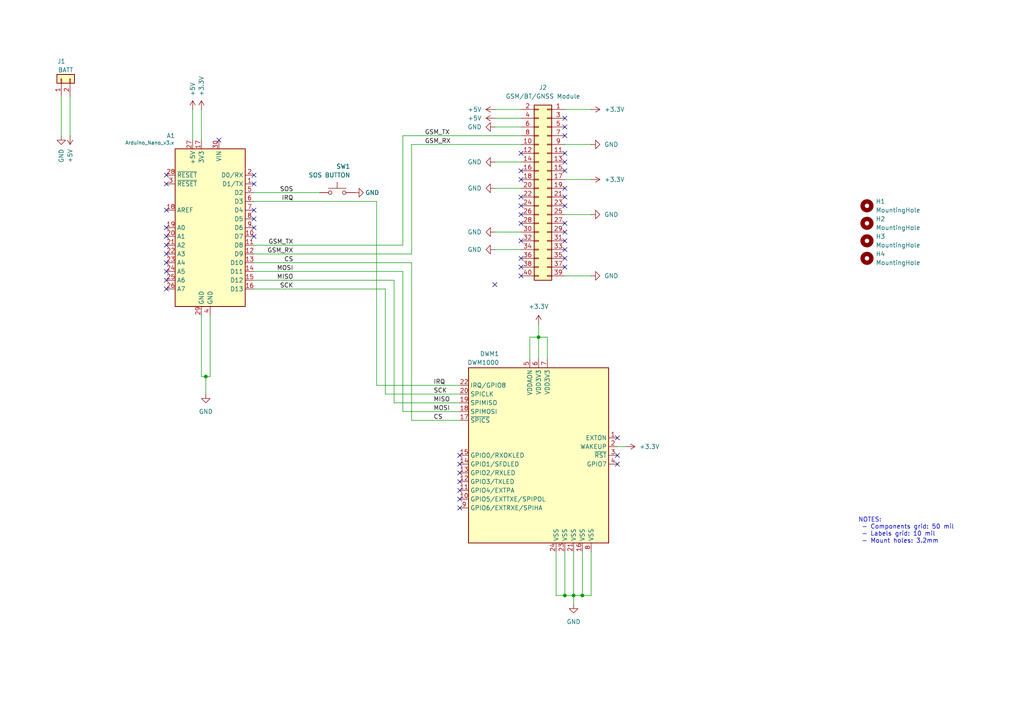
<source format=kicad_sch>
(kicad_sch
	(version 20231120)
	(generator "eeschema")
	(generator_version "8.0")
	(uuid "ed0e84fd-d621-48dd-ba4c-de3d2509c852")
	(paper "A4")
	(title_block
		(title "IOT_Localization")
		(date "2025-02-09")
		(rev "2.0")
		(company "Hristiyana")
		(comment 1 "TUES 2025")
	)
	(lib_symbols
		(symbol "Connector_Generic:Conn_01x02"
			(pin_names
				(offset 1.016) hide)
			(exclude_from_sim no)
			(in_bom yes)
			(on_board yes)
			(property "Reference" "J"
				(at 0 2.54 0)
				(effects
					(font
						(size 1.27 1.27)
					)
				)
			)
			(property "Value" "Conn_01x02"
				(at 0 -5.08 0)
				(effects
					(font
						(size 1.27 1.27)
					)
				)
			)
			(property "Footprint" ""
				(at 0 0 0)
				(effects
					(font
						(size 1.27 1.27)
					)
					(hide yes)
				)
			)
			(property "Datasheet" "~"
				(at 0 0 0)
				(effects
					(font
						(size 1.27 1.27)
					)
					(hide yes)
				)
			)
			(property "Description" "Generic connector, single row, 01x02, script generated (kicad-library-utils/schlib/autogen/connector/)"
				(at 0 0 0)
				(effects
					(font
						(size 1.27 1.27)
					)
					(hide yes)
				)
			)
			(property "ki_keywords" "connector"
				(at 0 0 0)
				(effects
					(font
						(size 1.27 1.27)
					)
					(hide yes)
				)
			)
			(property "ki_fp_filters" "Connector*:*_1x??_*"
				(at 0 0 0)
				(effects
					(font
						(size 1.27 1.27)
					)
					(hide yes)
				)
			)
			(symbol "Conn_01x02_1_1"
				(rectangle
					(start -1.27 -2.413)
					(end 0 -2.667)
					(stroke
						(width 0.1524)
						(type default)
					)
					(fill
						(type none)
					)
				)
				(rectangle
					(start -1.27 0.127)
					(end 0 -0.127)
					(stroke
						(width 0.1524)
						(type default)
					)
					(fill
						(type none)
					)
				)
				(rectangle
					(start -1.27 1.27)
					(end 1.27 -3.81)
					(stroke
						(width 0.254)
						(type default)
					)
					(fill
						(type background)
					)
				)
				(pin passive line
					(at -5.08 0 0)
					(length 3.81)
					(name "Pin_1"
						(effects
							(font
								(size 1.27 1.27)
							)
						)
					)
					(number "1"
						(effects
							(font
								(size 1.27 1.27)
							)
						)
					)
				)
				(pin passive line
					(at -5.08 -2.54 0)
					(length 3.81)
					(name "Pin_2"
						(effects
							(font
								(size 1.27 1.27)
							)
						)
					)
					(number "2"
						(effects
							(font
								(size 1.27 1.27)
							)
						)
					)
				)
			)
		)
		(symbol "Connector_Generic:Conn_02x20_Odd_Even"
			(pin_names
				(offset 1.016) hide)
			(exclude_from_sim no)
			(in_bom yes)
			(on_board yes)
			(property "Reference" "J"
				(at 1.27 25.4 0)
				(effects
					(font
						(size 1.27 1.27)
					)
				)
			)
			(property "Value" "Conn_02x20_Odd_Even"
				(at 1.27 -27.94 0)
				(effects
					(font
						(size 1.27 1.27)
					)
				)
			)
			(property "Footprint" ""
				(at 0 0 0)
				(effects
					(font
						(size 1.27 1.27)
					)
					(hide yes)
				)
			)
			(property "Datasheet" "~"
				(at 0 0 0)
				(effects
					(font
						(size 1.27 1.27)
					)
					(hide yes)
				)
			)
			(property "Description" "Generic connector, double row, 02x20, odd/even pin numbering scheme (row 1 odd numbers, row 2 even numbers), script generated (kicad-library-utils/schlib/autogen/connector/)"
				(at 0 0 0)
				(effects
					(font
						(size 1.27 1.27)
					)
					(hide yes)
				)
			)
			(property "ki_keywords" "connector"
				(at 0 0 0)
				(effects
					(font
						(size 1.27 1.27)
					)
					(hide yes)
				)
			)
			(property "ki_fp_filters" "Connector*:*_2x??_*"
				(at 0 0 0)
				(effects
					(font
						(size 1.27 1.27)
					)
					(hide yes)
				)
			)
			(symbol "Conn_02x20_Odd_Even_1_1"
				(rectangle
					(start -1.27 -25.273)
					(end 0 -25.527)
					(stroke
						(width 0.1524)
						(type default)
					)
					(fill
						(type none)
					)
				)
				(rectangle
					(start -1.27 -22.733)
					(end 0 -22.987)
					(stroke
						(width 0.1524)
						(type default)
					)
					(fill
						(type none)
					)
				)
				(rectangle
					(start -1.27 -20.193)
					(end 0 -20.447)
					(stroke
						(width 0.1524)
						(type default)
					)
					(fill
						(type none)
					)
				)
				(rectangle
					(start -1.27 -17.653)
					(end 0 -17.907)
					(stroke
						(width 0.1524)
						(type default)
					)
					(fill
						(type none)
					)
				)
				(rectangle
					(start -1.27 -15.113)
					(end 0 -15.367)
					(stroke
						(width 0.1524)
						(type default)
					)
					(fill
						(type none)
					)
				)
				(rectangle
					(start -1.27 -12.573)
					(end 0 -12.827)
					(stroke
						(width 0.1524)
						(type default)
					)
					(fill
						(type none)
					)
				)
				(rectangle
					(start -1.27 -10.033)
					(end 0 -10.287)
					(stroke
						(width 0.1524)
						(type default)
					)
					(fill
						(type none)
					)
				)
				(rectangle
					(start -1.27 -7.493)
					(end 0 -7.747)
					(stroke
						(width 0.1524)
						(type default)
					)
					(fill
						(type none)
					)
				)
				(rectangle
					(start -1.27 -4.953)
					(end 0 -5.207)
					(stroke
						(width 0.1524)
						(type default)
					)
					(fill
						(type none)
					)
				)
				(rectangle
					(start -1.27 -2.413)
					(end 0 -2.667)
					(stroke
						(width 0.1524)
						(type default)
					)
					(fill
						(type none)
					)
				)
				(rectangle
					(start -1.27 0.127)
					(end 0 -0.127)
					(stroke
						(width 0.1524)
						(type default)
					)
					(fill
						(type none)
					)
				)
				(rectangle
					(start -1.27 2.667)
					(end 0 2.413)
					(stroke
						(width 0.1524)
						(type default)
					)
					(fill
						(type none)
					)
				)
				(rectangle
					(start -1.27 5.207)
					(end 0 4.953)
					(stroke
						(width 0.1524)
						(type default)
					)
					(fill
						(type none)
					)
				)
				(rectangle
					(start -1.27 7.747)
					(end 0 7.493)
					(stroke
						(width 0.1524)
						(type default)
					)
					(fill
						(type none)
					)
				)
				(rectangle
					(start -1.27 10.287)
					(end 0 10.033)
					(stroke
						(width 0.1524)
						(type default)
					)
					(fill
						(type none)
					)
				)
				(rectangle
					(start -1.27 12.827)
					(end 0 12.573)
					(stroke
						(width 0.1524)
						(type default)
					)
					(fill
						(type none)
					)
				)
				(rectangle
					(start -1.27 15.367)
					(end 0 15.113)
					(stroke
						(width 0.1524)
						(type default)
					)
					(fill
						(type none)
					)
				)
				(rectangle
					(start -1.27 17.907)
					(end 0 17.653)
					(stroke
						(width 0.1524)
						(type default)
					)
					(fill
						(type none)
					)
				)
				(rectangle
					(start -1.27 20.447)
					(end 0 20.193)
					(stroke
						(width 0.1524)
						(type default)
					)
					(fill
						(type none)
					)
				)
				(rectangle
					(start -1.27 22.987)
					(end 0 22.733)
					(stroke
						(width 0.1524)
						(type default)
					)
					(fill
						(type none)
					)
				)
				(rectangle
					(start -1.27 24.13)
					(end 3.81 -26.67)
					(stroke
						(width 0.254)
						(type default)
					)
					(fill
						(type background)
					)
				)
				(rectangle
					(start 3.81 -25.273)
					(end 2.54 -25.527)
					(stroke
						(width 0.1524)
						(type default)
					)
					(fill
						(type none)
					)
				)
				(rectangle
					(start 3.81 -22.733)
					(end 2.54 -22.987)
					(stroke
						(width 0.1524)
						(type default)
					)
					(fill
						(type none)
					)
				)
				(rectangle
					(start 3.81 -20.193)
					(end 2.54 -20.447)
					(stroke
						(width 0.1524)
						(type default)
					)
					(fill
						(type none)
					)
				)
				(rectangle
					(start 3.81 -17.653)
					(end 2.54 -17.907)
					(stroke
						(width 0.1524)
						(type default)
					)
					(fill
						(type none)
					)
				)
				(rectangle
					(start 3.81 -15.113)
					(end 2.54 -15.367)
					(stroke
						(width 0.1524)
						(type default)
					)
					(fill
						(type none)
					)
				)
				(rectangle
					(start 3.81 -12.573)
					(end 2.54 -12.827)
					(stroke
						(width 0.1524)
						(type default)
					)
					(fill
						(type none)
					)
				)
				(rectangle
					(start 3.81 -10.033)
					(end 2.54 -10.287)
					(stroke
						(width 0.1524)
						(type default)
					)
					(fill
						(type none)
					)
				)
				(rectangle
					(start 3.81 -7.493)
					(end 2.54 -7.747)
					(stroke
						(width 0.1524)
						(type default)
					)
					(fill
						(type none)
					)
				)
				(rectangle
					(start 3.81 -4.953)
					(end 2.54 -5.207)
					(stroke
						(width 0.1524)
						(type default)
					)
					(fill
						(type none)
					)
				)
				(rectangle
					(start 3.81 -2.413)
					(end 2.54 -2.667)
					(stroke
						(width 0.1524)
						(type default)
					)
					(fill
						(type none)
					)
				)
				(rectangle
					(start 3.81 0.127)
					(end 2.54 -0.127)
					(stroke
						(width 0.1524)
						(type default)
					)
					(fill
						(type none)
					)
				)
				(rectangle
					(start 3.81 2.667)
					(end 2.54 2.413)
					(stroke
						(width 0.1524)
						(type default)
					)
					(fill
						(type none)
					)
				)
				(rectangle
					(start 3.81 5.207)
					(end 2.54 4.953)
					(stroke
						(width 0.1524)
						(type default)
					)
					(fill
						(type none)
					)
				)
				(rectangle
					(start 3.81 7.747)
					(end 2.54 7.493)
					(stroke
						(width 0.1524)
						(type default)
					)
					(fill
						(type none)
					)
				)
				(rectangle
					(start 3.81 10.287)
					(end 2.54 10.033)
					(stroke
						(width 0.1524)
						(type default)
					)
					(fill
						(type none)
					)
				)
				(rectangle
					(start 3.81 12.827)
					(end 2.54 12.573)
					(stroke
						(width 0.1524)
						(type default)
					)
					(fill
						(type none)
					)
				)
				(rectangle
					(start 3.81 15.367)
					(end 2.54 15.113)
					(stroke
						(width 0.1524)
						(type default)
					)
					(fill
						(type none)
					)
				)
				(rectangle
					(start 3.81 17.907)
					(end 2.54 17.653)
					(stroke
						(width 0.1524)
						(type default)
					)
					(fill
						(type none)
					)
				)
				(rectangle
					(start 3.81 20.447)
					(end 2.54 20.193)
					(stroke
						(width 0.1524)
						(type default)
					)
					(fill
						(type none)
					)
				)
				(rectangle
					(start 3.81 22.987)
					(end 2.54 22.733)
					(stroke
						(width 0.1524)
						(type default)
					)
					(fill
						(type none)
					)
				)
				(pin passive line
					(at -5.08 22.86 0)
					(length 3.81)
					(name "Pin_1"
						(effects
							(font
								(size 1.27 1.27)
							)
						)
					)
					(number "1"
						(effects
							(font
								(size 1.27 1.27)
							)
						)
					)
				)
				(pin passive line
					(at 7.62 12.7 180)
					(length 3.81)
					(name "Pin_10"
						(effects
							(font
								(size 1.27 1.27)
							)
						)
					)
					(number "10"
						(effects
							(font
								(size 1.27 1.27)
							)
						)
					)
				)
				(pin passive line
					(at -5.08 10.16 0)
					(length 3.81)
					(name "Pin_11"
						(effects
							(font
								(size 1.27 1.27)
							)
						)
					)
					(number "11"
						(effects
							(font
								(size 1.27 1.27)
							)
						)
					)
				)
				(pin passive line
					(at 7.62 10.16 180)
					(length 3.81)
					(name "Pin_12"
						(effects
							(font
								(size 1.27 1.27)
							)
						)
					)
					(number "12"
						(effects
							(font
								(size 1.27 1.27)
							)
						)
					)
				)
				(pin passive line
					(at -5.08 7.62 0)
					(length 3.81)
					(name "Pin_13"
						(effects
							(font
								(size 1.27 1.27)
							)
						)
					)
					(number "13"
						(effects
							(font
								(size 1.27 1.27)
							)
						)
					)
				)
				(pin passive line
					(at 7.62 7.62 180)
					(length 3.81)
					(name "Pin_14"
						(effects
							(font
								(size 1.27 1.27)
							)
						)
					)
					(number "14"
						(effects
							(font
								(size 1.27 1.27)
							)
						)
					)
				)
				(pin passive line
					(at -5.08 5.08 0)
					(length 3.81)
					(name "Pin_15"
						(effects
							(font
								(size 1.27 1.27)
							)
						)
					)
					(number "15"
						(effects
							(font
								(size 1.27 1.27)
							)
						)
					)
				)
				(pin passive line
					(at 7.62 5.08 180)
					(length 3.81)
					(name "Pin_16"
						(effects
							(font
								(size 1.27 1.27)
							)
						)
					)
					(number "16"
						(effects
							(font
								(size 1.27 1.27)
							)
						)
					)
				)
				(pin passive line
					(at -5.08 2.54 0)
					(length 3.81)
					(name "Pin_17"
						(effects
							(font
								(size 1.27 1.27)
							)
						)
					)
					(number "17"
						(effects
							(font
								(size 1.27 1.27)
							)
						)
					)
				)
				(pin passive line
					(at 7.62 2.54 180)
					(length 3.81)
					(name "Pin_18"
						(effects
							(font
								(size 1.27 1.27)
							)
						)
					)
					(number "18"
						(effects
							(font
								(size 1.27 1.27)
							)
						)
					)
				)
				(pin passive line
					(at -5.08 0 0)
					(length 3.81)
					(name "Pin_19"
						(effects
							(font
								(size 1.27 1.27)
							)
						)
					)
					(number "19"
						(effects
							(font
								(size 1.27 1.27)
							)
						)
					)
				)
				(pin passive line
					(at 7.62 22.86 180)
					(length 3.81)
					(name "Pin_2"
						(effects
							(font
								(size 1.27 1.27)
							)
						)
					)
					(number "2"
						(effects
							(font
								(size 1.27 1.27)
							)
						)
					)
				)
				(pin passive line
					(at 7.62 0 180)
					(length 3.81)
					(name "Pin_20"
						(effects
							(font
								(size 1.27 1.27)
							)
						)
					)
					(number "20"
						(effects
							(font
								(size 1.27 1.27)
							)
						)
					)
				)
				(pin passive line
					(at -5.08 -2.54 0)
					(length 3.81)
					(name "Pin_21"
						(effects
							(font
								(size 1.27 1.27)
							)
						)
					)
					(number "21"
						(effects
							(font
								(size 1.27 1.27)
							)
						)
					)
				)
				(pin passive line
					(at 7.62 -2.54 180)
					(length 3.81)
					(name "Pin_22"
						(effects
							(font
								(size 1.27 1.27)
							)
						)
					)
					(number "22"
						(effects
							(font
								(size 1.27 1.27)
							)
						)
					)
				)
				(pin passive line
					(at -5.08 -5.08 0)
					(length 3.81)
					(name "Pin_23"
						(effects
							(font
								(size 1.27 1.27)
							)
						)
					)
					(number "23"
						(effects
							(font
								(size 1.27 1.27)
							)
						)
					)
				)
				(pin passive line
					(at 7.62 -5.08 180)
					(length 3.81)
					(name "Pin_24"
						(effects
							(font
								(size 1.27 1.27)
							)
						)
					)
					(number "24"
						(effects
							(font
								(size 1.27 1.27)
							)
						)
					)
				)
				(pin passive line
					(at -5.08 -7.62 0)
					(length 3.81)
					(name "Pin_25"
						(effects
							(font
								(size 1.27 1.27)
							)
						)
					)
					(number "25"
						(effects
							(font
								(size 1.27 1.27)
							)
						)
					)
				)
				(pin passive line
					(at 7.62 -7.62 180)
					(length 3.81)
					(name "Pin_26"
						(effects
							(font
								(size 1.27 1.27)
							)
						)
					)
					(number "26"
						(effects
							(font
								(size 1.27 1.27)
							)
						)
					)
				)
				(pin passive line
					(at -5.08 -10.16 0)
					(length 3.81)
					(name "Pin_27"
						(effects
							(font
								(size 1.27 1.27)
							)
						)
					)
					(number "27"
						(effects
							(font
								(size 1.27 1.27)
							)
						)
					)
				)
				(pin passive line
					(at 7.62 -10.16 180)
					(length 3.81)
					(name "Pin_28"
						(effects
							(font
								(size 1.27 1.27)
							)
						)
					)
					(number "28"
						(effects
							(font
								(size 1.27 1.27)
							)
						)
					)
				)
				(pin passive line
					(at -5.08 -12.7 0)
					(length 3.81)
					(name "Pin_29"
						(effects
							(font
								(size 1.27 1.27)
							)
						)
					)
					(number "29"
						(effects
							(font
								(size 1.27 1.27)
							)
						)
					)
				)
				(pin passive line
					(at -5.08 20.32 0)
					(length 3.81)
					(name "Pin_3"
						(effects
							(font
								(size 1.27 1.27)
							)
						)
					)
					(number "3"
						(effects
							(font
								(size 1.27 1.27)
							)
						)
					)
				)
				(pin passive line
					(at 7.62 -12.7 180)
					(length 3.81)
					(name "Pin_30"
						(effects
							(font
								(size 1.27 1.27)
							)
						)
					)
					(number "30"
						(effects
							(font
								(size 1.27 1.27)
							)
						)
					)
				)
				(pin passive line
					(at -5.08 -15.24 0)
					(length 3.81)
					(name "Pin_31"
						(effects
							(font
								(size 1.27 1.27)
							)
						)
					)
					(number "31"
						(effects
							(font
								(size 1.27 1.27)
							)
						)
					)
				)
				(pin passive line
					(at 7.62 -15.24 180)
					(length 3.81)
					(name "Pin_32"
						(effects
							(font
								(size 1.27 1.27)
							)
						)
					)
					(number "32"
						(effects
							(font
								(size 1.27 1.27)
							)
						)
					)
				)
				(pin passive line
					(at -5.08 -17.78 0)
					(length 3.81)
					(name "Pin_33"
						(effects
							(font
								(size 1.27 1.27)
							)
						)
					)
					(number "33"
						(effects
							(font
								(size 1.27 1.27)
							)
						)
					)
				)
				(pin passive line
					(at 7.62 -17.78 180)
					(length 3.81)
					(name "Pin_34"
						(effects
							(font
								(size 1.27 1.27)
							)
						)
					)
					(number "34"
						(effects
							(font
								(size 1.27 1.27)
							)
						)
					)
				)
				(pin passive line
					(at -5.08 -20.32 0)
					(length 3.81)
					(name "Pin_35"
						(effects
							(font
								(size 1.27 1.27)
							)
						)
					)
					(number "35"
						(effects
							(font
								(size 1.27 1.27)
							)
						)
					)
				)
				(pin passive line
					(at 7.62 -20.32 180)
					(length 3.81)
					(name "Pin_36"
						(effects
							(font
								(size 1.27 1.27)
							)
						)
					)
					(number "36"
						(effects
							(font
								(size 1.27 1.27)
							)
						)
					)
				)
				(pin passive line
					(at -5.08 -22.86 0)
					(length 3.81)
					(name "Pin_37"
						(effects
							(font
								(size 1.27 1.27)
							)
						)
					)
					(number "37"
						(effects
							(font
								(size 1.27 1.27)
							)
						)
					)
				)
				(pin passive line
					(at 7.62 -22.86 180)
					(length 3.81)
					(name "Pin_38"
						(effects
							(font
								(size 1.27 1.27)
							)
						)
					)
					(number "38"
						(effects
							(font
								(size 1.27 1.27)
							)
						)
					)
				)
				(pin passive line
					(at -5.08 -25.4 0)
					(length 3.81)
					(name "Pin_39"
						(effects
							(font
								(size 1.27 1.27)
							)
						)
					)
					(number "39"
						(effects
							(font
								(size 1.27 1.27)
							)
						)
					)
				)
				(pin passive line
					(at 7.62 20.32 180)
					(length 3.81)
					(name "Pin_4"
						(effects
							(font
								(size 1.27 1.27)
							)
						)
					)
					(number "4"
						(effects
							(font
								(size 1.27 1.27)
							)
						)
					)
				)
				(pin passive line
					(at 7.62 -25.4 180)
					(length 3.81)
					(name "Pin_40"
						(effects
							(font
								(size 1.27 1.27)
							)
						)
					)
					(number "40"
						(effects
							(font
								(size 1.27 1.27)
							)
						)
					)
				)
				(pin passive line
					(at -5.08 17.78 0)
					(length 3.81)
					(name "Pin_5"
						(effects
							(font
								(size 1.27 1.27)
							)
						)
					)
					(number "5"
						(effects
							(font
								(size 1.27 1.27)
							)
						)
					)
				)
				(pin passive line
					(at 7.62 17.78 180)
					(length 3.81)
					(name "Pin_6"
						(effects
							(font
								(size 1.27 1.27)
							)
						)
					)
					(number "6"
						(effects
							(font
								(size 1.27 1.27)
							)
						)
					)
				)
				(pin passive line
					(at -5.08 15.24 0)
					(length 3.81)
					(name "Pin_7"
						(effects
							(font
								(size 1.27 1.27)
							)
						)
					)
					(number "7"
						(effects
							(font
								(size 1.27 1.27)
							)
						)
					)
				)
				(pin passive line
					(at 7.62 15.24 180)
					(length 3.81)
					(name "Pin_8"
						(effects
							(font
								(size 1.27 1.27)
							)
						)
					)
					(number "8"
						(effects
							(font
								(size 1.27 1.27)
							)
						)
					)
				)
				(pin passive line
					(at -5.08 12.7 0)
					(length 3.81)
					(name "Pin_9"
						(effects
							(font
								(size 1.27 1.27)
							)
						)
					)
					(number "9"
						(effects
							(font
								(size 1.27 1.27)
							)
						)
					)
				)
			)
		)
		(symbol "DWM1000_1"
			(exclude_from_sim no)
			(in_bom yes)
			(on_board yes)
			(property "Reference" "DWM2"
				(at 2.1941 -27.94 0)
				(effects
					(font
						(size 1.27 1.27)
					)
					(justify left)
				)
			)
			(property "Value" "DWM1000"
				(at 2.1941 -30.48 0)
				(effects
					(font
						(size 1.27 1.27)
					)
					(justify left)
				)
			)
			(property "Footprint" "RF_Module:DWM1000"
				(at 7.62 -26.67 0)
				(effects
					(font
						(size 1.27 1.27)
					)
					(justify left)
					(hide yes)
				)
			)
			(property "Datasheet" "https://www.decawave.com/sites/default/files/resources/dwm1000-datasheet-v1.3.pdf"
				(at 7.62 -29.21 0)
				(effects
					(font
						(size 1.27 1.27)
					)
					(justify left)
					(hide yes)
				)
			)
			(property "Description" "Ultra wide band RF module With ranging location capabilities"
				(at 0 0 0)
				(effects
					(font
						(size 1.27 1.27)
					)
					(hide yes)
				)
			)
			(property "ki_keywords" "Decawave Qorvo UWB"
				(at 0 0 0)
				(effects
					(font
						(size 1.27 1.27)
					)
					(hide yes)
				)
			)
			(property "ki_fp_filters" "*DWM1000*"
				(at 0 0 0)
				(effects
					(font
						(size 1.27 1.27)
					)
					(hide yes)
				)
			)
			(symbol "DWM1000_1_0_1"
				(rectangle
					(start -20.32 25.4)
					(end 20.32 -25.4)
					(stroke
						(width 0.254)
						(type default)
					)
					(fill
						(type background)
					)
				)
			)
			(symbol "DWM1000_1_1_1"
				(pin output line
					(at -22.86 5.08 0)
					(length 2.54)
					(name "EXTON"
						(effects
							(font
								(size 1.27 1.27)
							)
						)
					)
					(number "1"
						(effects
							(font
								(size 1.27 1.27)
							)
						)
					)
				)
				(pin bidirectional line
					(at 22.86 -12.7 180)
					(length 2.54)
					(name "GPIO5/EXTTXE/SPIPOL"
						(effects
							(font
								(size 1.27 1.27)
							)
						)
					)
					(number "10"
						(effects
							(font
								(size 1.27 1.27)
							)
						)
					)
				)
				(pin bidirectional line
					(at 22.86 -10.16 180)
					(length 2.54)
					(name "GPIO4/EXTPA"
						(effects
							(font
								(size 1.27 1.27)
							)
						)
					)
					(number "11"
						(effects
							(font
								(size 1.27 1.27)
							)
						)
					)
				)
				(pin bidirectional line
					(at 22.86 -7.62 180)
					(length 2.54)
					(name "GPIO3/TXLED"
						(effects
							(font
								(size 1.27 1.27)
							)
						)
					)
					(number "12"
						(effects
							(font
								(size 1.27 1.27)
							)
						)
					)
				)
				(pin bidirectional line
					(at 22.86 -5.08 180)
					(length 2.54)
					(name "GPIO2/RXLED"
						(effects
							(font
								(size 1.27 1.27)
							)
						)
					)
					(number "13"
						(effects
							(font
								(size 1.27 1.27)
							)
						)
					)
				)
				(pin bidirectional line
					(at 22.86 -2.54 180)
					(length 2.54)
					(name "GPIO1/SFDLED"
						(effects
							(font
								(size 1.27 1.27)
							)
						)
					)
					(number "14"
						(effects
							(font
								(size 1.27 1.27)
							)
						)
					)
				)
				(pin bidirectional line
					(at 22.86 0 180)
					(length 2.54)
					(name "GPIO0/RXOKLED"
						(effects
							(font
								(size 1.27 1.27)
							)
						)
					)
					(number "15"
						(effects
							(font
								(size 1.27 1.27)
							)
						)
					)
				)
				(pin passive line
					(at -12.7 -27.94 90)
					(length 2.54)
					(name "VSS"
						(effects
							(font
								(size 1.27 1.27)
							)
						)
					)
					(number "16"
						(effects
							(font
								(size 1.27 1.27)
							)
						)
					)
				)
				(pin input line
					(at 22.86 10.16 180)
					(length 2.54)
					(name "~{SPICS}"
						(effects
							(font
								(size 1.27 1.27)
							)
						)
					)
					(number "17"
						(effects
							(font
								(size 1.27 1.27)
							)
						)
					)
				)
				(pin input line
					(at 22.86 12.7 180)
					(length 2.54)
					(name "SPIMOSI"
						(effects
							(font
								(size 1.27 1.27)
							)
						)
					)
					(number "18"
						(effects
							(font
								(size 1.27 1.27)
							)
						)
					)
				)
				(pin output line
					(at 22.86 15.24 180)
					(length 2.54)
					(name "SPIMISO"
						(effects
							(font
								(size 1.27 1.27)
							)
						)
					)
					(number "19"
						(effects
							(font
								(size 1.27 1.27)
							)
						)
					)
				)
				(pin bidirectional line
					(at -22.86 2.54 0)
					(length 2.54)
					(name "WAKEUP"
						(effects
							(font
								(size 1.27 1.27)
							)
						)
					)
					(number "2"
						(effects
							(font
								(size 1.27 1.27)
							)
						)
					)
				)
				(pin input line
					(at 22.86 17.78 180)
					(length 2.54)
					(name "SPICLK"
						(effects
							(font
								(size 1.27 1.27)
							)
						)
					)
					(number "20"
						(effects
							(font
								(size 1.27 1.27)
							)
						)
					)
				)
				(pin passive line
					(at -10.16 -27.94 90)
					(length 2.54)
					(name "VSS"
						(effects
							(font
								(size 1.27 1.27)
							)
						)
					)
					(number "21"
						(effects
							(font
								(size 1.27 1.27)
							)
						)
					)
				)
				(pin bidirectional line
					(at 22.86 20.32 180)
					(length 2.54)
					(name "IRQ/GPIO8"
						(effects
							(font
								(size 1.27 1.27)
							)
						)
					)
					(number "22"
						(effects
							(font
								(size 1.27 1.27)
							)
						)
					)
				)
				(pin passive line
					(at -7.62 -27.94 90)
					(length 2.54)
					(name "VSS"
						(effects
							(font
								(size 1.27 1.27)
							)
						)
					)
					(number "23"
						(effects
							(font
								(size 1.27 1.27)
							)
						)
					)
				)
				(pin passive line
					(at -5.08 -27.94 90)
					(length 2.54)
					(name "VSS"
						(effects
							(font
								(size 1.27 1.27)
							)
						)
					)
					(number "24"
						(effects
							(font
								(size 1.27 1.27)
							)
						)
					)
				)
				(pin bidirectional line
					(at -22.86 0 0)
					(length 2.54)
					(name "~{RST}"
						(effects
							(font
								(size 1.27 1.27)
							)
						)
					)
					(number "3"
						(effects
							(font
								(size 1.27 1.27)
							)
						)
					)
				)
				(pin bidirectional line
					(at -22.86 -2.54 0)
					(length 2.54)
					(name "GPIO7"
						(effects
							(font
								(size 1.27 1.27)
							)
						)
					)
					(number "4"
						(effects
							(font
								(size 1.27 1.27)
							)
						)
					)
				)
				(pin power_in line
					(at 2.54 27.94 270)
					(length 2.54)
					(name "VDDAON"
						(effects
							(font
								(size 1.27 1.27)
							)
						)
					)
					(number "5"
						(effects
							(font
								(size 1.27 1.27)
							)
						)
					)
				)
				(pin power_in line
					(at 0 27.94 270)
					(length 2.54)
					(name "VDD3V3"
						(effects
							(font
								(size 1.27 1.27)
							)
						)
					)
					(number "6"
						(effects
							(font
								(size 1.27 1.27)
							)
						)
					)
				)
				(pin power_in line
					(at -2.54 27.94 270)
					(length 2.54)
					(name "VDD3V3"
						(effects
							(font
								(size 1.27 1.27)
							)
						)
					)
					(number "7"
						(effects
							(font
								(size 1.27 1.27)
							)
						)
					)
				)
				(pin power_in line
					(at -15.24 -27.94 90)
					(length 2.54)
					(name "VSS"
						(effects
							(font
								(size 1.27 1.27)
							)
						)
					)
					(number "8"
						(effects
							(font
								(size 1.27 1.27)
							)
						)
					)
				)
				(pin bidirectional line
					(at 22.86 -15.24 180)
					(length 2.54)
					(name "GPIO6/EXTRXE/SPIHA"
						(effects
							(font
								(size 1.27 1.27)
							)
						)
					)
					(number "9"
						(effects
							(font
								(size 1.27 1.27)
							)
						)
					)
				)
			)
		)
		(symbol "MCU_Module:Arduino_Nano_v3.x"
			(exclude_from_sim no)
			(in_bom yes)
			(on_board yes)
			(property "Reference" "A"
				(at -10.16 23.495 0)
				(effects
					(font
						(size 1.27 1.27)
					)
					(justify left bottom)
				)
			)
			(property "Value" "Arduino_Nano_v3.x"
				(at 5.08 -24.13 0)
				(effects
					(font
						(size 1.27 1.27)
					)
					(justify left top)
				)
			)
			(property "Footprint" "Module:Arduino_Nano"
				(at 0 0 0)
				(effects
					(font
						(size 1.27 1.27)
						(italic yes)
					)
					(hide yes)
				)
			)
			(property "Datasheet" "http://www.mouser.com/pdfdocs/Gravitech_Arduino_Nano3_0.pdf"
				(at 0 0 0)
				(effects
					(font
						(size 1.27 1.27)
					)
					(hide yes)
				)
			)
			(property "Description" "Arduino Nano v3.x"
				(at 0 0 0)
				(effects
					(font
						(size 1.27 1.27)
					)
					(hide yes)
				)
			)
			(property "ki_keywords" "Arduino nano microcontroller module USB"
				(at 0 0 0)
				(effects
					(font
						(size 1.27 1.27)
					)
					(hide yes)
				)
			)
			(property "ki_fp_filters" "Arduino*Nano*"
				(at 0 0 0)
				(effects
					(font
						(size 1.27 1.27)
					)
					(hide yes)
				)
			)
			(symbol "Arduino_Nano_v3.x_0_1"
				(rectangle
					(start -10.16 22.86)
					(end 10.16 -22.86)
					(stroke
						(width 0.254)
						(type default)
					)
					(fill
						(type background)
					)
				)
			)
			(symbol "Arduino_Nano_v3.x_1_1"
				(pin bidirectional line
					(at -12.7 12.7 0)
					(length 2.54)
					(name "D1/TX"
						(effects
							(font
								(size 1.27 1.27)
							)
						)
					)
					(number "1"
						(effects
							(font
								(size 1.27 1.27)
							)
						)
					)
				)
				(pin bidirectional line
					(at -12.7 -2.54 0)
					(length 2.54)
					(name "D7"
						(effects
							(font
								(size 1.27 1.27)
							)
						)
					)
					(number "10"
						(effects
							(font
								(size 1.27 1.27)
							)
						)
					)
				)
				(pin bidirectional line
					(at -12.7 -5.08 0)
					(length 2.54)
					(name "D8"
						(effects
							(font
								(size 1.27 1.27)
							)
						)
					)
					(number "11"
						(effects
							(font
								(size 1.27 1.27)
							)
						)
					)
				)
				(pin bidirectional line
					(at -12.7 -7.62 0)
					(length 2.54)
					(name "D9"
						(effects
							(font
								(size 1.27 1.27)
							)
						)
					)
					(number "12"
						(effects
							(font
								(size 1.27 1.27)
							)
						)
					)
				)
				(pin bidirectional line
					(at -12.7 -10.16 0)
					(length 2.54)
					(name "D10"
						(effects
							(font
								(size 1.27 1.27)
							)
						)
					)
					(number "13"
						(effects
							(font
								(size 1.27 1.27)
							)
						)
					)
				)
				(pin bidirectional line
					(at -12.7 -12.7 0)
					(length 2.54)
					(name "D11"
						(effects
							(font
								(size 1.27 1.27)
							)
						)
					)
					(number "14"
						(effects
							(font
								(size 1.27 1.27)
							)
						)
					)
				)
				(pin bidirectional line
					(at -12.7 -15.24 0)
					(length 2.54)
					(name "D12"
						(effects
							(font
								(size 1.27 1.27)
							)
						)
					)
					(number "15"
						(effects
							(font
								(size 1.27 1.27)
							)
						)
					)
				)
				(pin bidirectional line
					(at -12.7 -17.78 0)
					(length 2.54)
					(name "D13"
						(effects
							(font
								(size 1.27 1.27)
							)
						)
					)
					(number "16"
						(effects
							(font
								(size 1.27 1.27)
							)
						)
					)
				)
				(pin power_out line
					(at 2.54 25.4 270)
					(length 2.54)
					(name "3V3"
						(effects
							(font
								(size 1.27 1.27)
							)
						)
					)
					(number "17"
						(effects
							(font
								(size 1.27 1.27)
							)
						)
					)
				)
				(pin input line
					(at 12.7 5.08 180)
					(length 2.54)
					(name "AREF"
						(effects
							(font
								(size 1.27 1.27)
							)
						)
					)
					(number "18"
						(effects
							(font
								(size 1.27 1.27)
							)
						)
					)
				)
				(pin bidirectional line
					(at 12.7 0 180)
					(length 2.54)
					(name "A0"
						(effects
							(font
								(size 1.27 1.27)
							)
						)
					)
					(number "19"
						(effects
							(font
								(size 1.27 1.27)
							)
						)
					)
				)
				(pin bidirectional line
					(at -12.7 15.24 0)
					(length 2.54)
					(name "D0/RX"
						(effects
							(font
								(size 1.27 1.27)
							)
						)
					)
					(number "2"
						(effects
							(font
								(size 1.27 1.27)
							)
						)
					)
				)
				(pin bidirectional line
					(at 12.7 -2.54 180)
					(length 2.54)
					(name "A1"
						(effects
							(font
								(size 1.27 1.27)
							)
						)
					)
					(number "20"
						(effects
							(font
								(size 1.27 1.27)
							)
						)
					)
				)
				(pin bidirectional line
					(at 12.7 -5.08 180)
					(length 2.54)
					(name "A2"
						(effects
							(font
								(size 1.27 1.27)
							)
						)
					)
					(number "21"
						(effects
							(font
								(size 1.27 1.27)
							)
						)
					)
				)
				(pin bidirectional line
					(at 12.7 -7.62 180)
					(length 2.54)
					(name "A3"
						(effects
							(font
								(size 1.27 1.27)
							)
						)
					)
					(number "22"
						(effects
							(font
								(size 1.27 1.27)
							)
						)
					)
				)
				(pin bidirectional line
					(at 12.7 -10.16 180)
					(length 2.54)
					(name "A4"
						(effects
							(font
								(size 1.27 1.27)
							)
						)
					)
					(number "23"
						(effects
							(font
								(size 1.27 1.27)
							)
						)
					)
				)
				(pin bidirectional line
					(at 12.7 -12.7 180)
					(length 2.54)
					(name "A5"
						(effects
							(font
								(size 1.27 1.27)
							)
						)
					)
					(number "24"
						(effects
							(font
								(size 1.27 1.27)
							)
						)
					)
				)
				(pin bidirectional line
					(at 12.7 -15.24 180)
					(length 2.54)
					(name "A6"
						(effects
							(font
								(size 1.27 1.27)
							)
						)
					)
					(number "25"
						(effects
							(font
								(size 1.27 1.27)
							)
						)
					)
				)
				(pin bidirectional line
					(at 12.7 -17.78 180)
					(length 2.54)
					(name "A7"
						(effects
							(font
								(size 1.27 1.27)
							)
						)
					)
					(number "26"
						(effects
							(font
								(size 1.27 1.27)
							)
						)
					)
				)
				(pin power_out line
					(at 5.08 25.4 270)
					(length 2.54)
					(name "+5V"
						(effects
							(font
								(size 1.27 1.27)
							)
						)
					)
					(number "27"
						(effects
							(font
								(size 1.27 1.27)
							)
						)
					)
				)
				(pin input line
					(at 12.7 15.24 180)
					(length 2.54)
					(name "~{RESET}"
						(effects
							(font
								(size 1.27 1.27)
							)
						)
					)
					(number "28"
						(effects
							(font
								(size 1.27 1.27)
							)
						)
					)
				)
				(pin power_in line
					(at 2.54 -25.4 90)
					(length 2.54)
					(name "GND"
						(effects
							(font
								(size 1.27 1.27)
							)
						)
					)
					(number "29"
						(effects
							(font
								(size 1.27 1.27)
							)
						)
					)
				)
				(pin input line
					(at 12.7 12.7 180)
					(length 2.54)
					(name "~{RESET}"
						(effects
							(font
								(size 1.27 1.27)
							)
						)
					)
					(number "3"
						(effects
							(font
								(size 1.27 1.27)
							)
						)
					)
				)
				(pin power_in line
					(at -2.54 25.4 270)
					(length 2.54)
					(name "VIN"
						(effects
							(font
								(size 1.27 1.27)
							)
						)
					)
					(number "30"
						(effects
							(font
								(size 1.27 1.27)
							)
						)
					)
				)
				(pin power_in line
					(at 0 -25.4 90)
					(length 2.54)
					(name "GND"
						(effects
							(font
								(size 1.27 1.27)
							)
						)
					)
					(number "4"
						(effects
							(font
								(size 1.27 1.27)
							)
						)
					)
				)
				(pin bidirectional line
					(at -12.7 10.16 0)
					(length 2.54)
					(name "D2"
						(effects
							(font
								(size 1.27 1.27)
							)
						)
					)
					(number "5"
						(effects
							(font
								(size 1.27 1.27)
							)
						)
					)
				)
				(pin bidirectional line
					(at -12.7 7.62 0)
					(length 2.54)
					(name "D3"
						(effects
							(font
								(size 1.27 1.27)
							)
						)
					)
					(number "6"
						(effects
							(font
								(size 1.27 1.27)
							)
						)
					)
				)
				(pin bidirectional line
					(at -12.7 5.08 0)
					(length 2.54)
					(name "D4"
						(effects
							(font
								(size 1.27 1.27)
							)
						)
					)
					(number "7"
						(effects
							(font
								(size 1.27 1.27)
							)
						)
					)
				)
				(pin bidirectional line
					(at -12.7 2.54 0)
					(length 2.54)
					(name "D5"
						(effects
							(font
								(size 1.27 1.27)
							)
						)
					)
					(number "8"
						(effects
							(font
								(size 1.27 1.27)
							)
						)
					)
				)
				(pin bidirectional line
					(at -12.7 0 0)
					(length 2.54)
					(name "D6"
						(effects
							(font
								(size 1.27 1.27)
							)
						)
					)
					(number "9"
						(effects
							(font
								(size 1.27 1.27)
							)
						)
					)
				)
			)
		)
		(symbol "Mechanical:MountingHole"
			(pin_names
				(offset 1.016)
			)
			(exclude_from_sim yes)
			(in_bom no)
			(on_board yes)
			(property "Reference" "H"
				(at 0 5.08 0)
				(effects
					(font
						(size 1.27 1.27)
					)
				)
			)
			(property "Value" "MountingHole"
				(at 0 3.175 0)
				(effects
					(font
						(size 1.27 1.27)
					)
				)
			)
			(property "Footprint" ""
				(at 0 0 0)
				(effects
					(font
						(size 1.27 1.27)
					)
					(hide yes)
				)
			)
			(property "Datasheet" "~"
				(at 0 0 0)
				(effects
					(font
						(size 1.27 1.27)
					)
					(hide yes)
				)
			)
			(property "Description" "Mounting Hole without connection"
				(at 0 0 0)
				(effects
					(font
						(size 1.27 1.27)
					)
					(hide yes)
				)
			)
			(property "ki_keywords" "mounting hole"
				(at 0 0 0)
				(effects
					(font
						(size 1.27 1.27)
					)
					(hide yes)
				)
			)
			(property "ki_fp_filters" "MountingHole*"
				(at 0 0 0)
				(effects
					(font
						(size 1.27 1.27)
					)
					(hide yes)
				)
			)
			(symbol "MountingHole_0_1"
				(circle
					(center 0 0)
					(radius 1.27)
					(stroke
						(width 1.27)
						(type default)
					)
					(fill
						(type none)
					)
				)
			)
		)
		(symbol "Switch:SW_Push"
			(pin_numbers hide)
			(pin_names
				(offset 1.016) hide)
			(exclude_from_sim no)
			(in_bom yes)
			(on_board yes)
			(property "Reference" "SW"
				(at 1.27 2.54 0)
				(effects
					(font
						(size 1.27 1.27)
					)
					(justify left)
				)
			)
			(property "Value" "SW_Push"
				(at 0 -1.524 0)
				(effects
					(font
						(size 1.27 1.27)
					)
				)
			)
			(property "Footprint" ""
				(at 0 5.08 0)
				(effects
					(font
						(size 1.27 1.27)
					)
					(hide yes)
				)
			)
			(property "Datasheet" "~"
				(at 0 5.08 0)
				(effects
					(font
						(size 1.27 1.27)
					)
					(hide yes)
				)
			)
			(property "Description" "Push button switch, generic, two pins"
				(at 0 0 0)
				(effects
					(font
						(size 1.27 1.27)
					)
					(hide yes)
				)
			)
			(property "ki_keywords" "switch normally-open pushbutton push-button"
				(at 0 0 0)
				(effects
					(font
						(size 1.27 1.27)
					)
					(hide yes)
				)
			)
			(symbol "SW_Push_0_1"
				(circle
					(center -2.032 0)
					(radius 0.508)
					(stroke
						(width 0)
						(type default)
					)
					(fill
						(type none)
					)
				)
				(polyline
					(pts
						(xy 0 1.27) (xy 0 3.048)
					)
					(stroke
						(width 0)
						(type default)
					)
					(fill
						(type none)
					)
				)
				(polyline
					(pts
						(xy 2.54 1.27) (xy -2.54 1.27)
					)
					(stroke
						(width 0)
						(type default)
					)
					(fill
						(type none)
					)
				)
				(circle
					(center 2.032 0)
					(radius 0.508)
					(stroke
						(width 0)
						(type default)
					)
					(fill
						(type none)
					)
				)
				(pin passive line
					(at -5.08 0 0)
					(length 2.54)
					(name "1"
						(effects
							(font
								(size 1.27 1.27)
							)
						)
					)
					(number "1"
						(effects
							(font
								(size 1.27 1.27)
							)
						)
					)
				)
				(pin passive line
					(at 5.08 0 180)
					(length 2.54)
					(name "2"
						(effects
							(font
								(size 1.27 1.27)
							)
						)
					)
					(number "2"
						(effects
							(font
								(size 1.27 1.27)
							)
						)
					)
				)
			)
		)
		(symbol "power:+3.3V"
			(power)
			(pin_numbers hide)
			(pin_names
				(offset 0) hide)
			(exclude_from_sim no)
			(in_bom yes)
			(on_board yes)
			(property "Reference" "#PWR"
				(at 0 -3.81 0)
				(effects
					(font
						(size 1.27 1.27)
					)
					(hide yes)
				)
			)
			(property "Value" "+3.3V"
				(at 0 3.556 0)
				(effects
					(font
						(size 1.27 1.27)
					)
				)
			)
			(property "Footprint" ""
				(at 0 0 0)
				(effects
					(font
						(size 1.27 1.27)
					)
					(hide yes)
				)
			)
			(property "Datasheet" ""
				(at 0 0 0)
				(effects
					(font
						(size 1.27 1.27)
					)
					(hide yes)
				)
			)
			(property "Description" "Power symbol creates a global label with name \"+3.3V\""
				(at 0 0 0)
				(effects
					(font
						(size 1.27 1.27)
					)
					(hide yes)
				)
			)
			(property "ki_keywords" "global power"
				(at 0 0 0)
				(effects
					(font
						(size 1.27 1.27)
					)
					(hide yes)
				)
			)
			(symbol "+3.3V_0_1"
				(polyline
					(pts
						(xy -0.762 1.27) (xy 0 2.54)
					)
					(stroke
						(width 0)
						(type default)
					)
					(fill
						(type none)
					)
				)
				(polyline
					(pts
						(xy 0 0) (xy 0 2.54)
					)
					(stroke
						(width 0)
						(type default)
					)
					(fill
						(type none)
					)
				)
				(polyline
					(pts
						(xy 0 2.54) (xy 0.762 1.27)
					)
					(stroke
						(width 0)
						(type default)
					)
					(fill
						(type none)
					)
				)
			)
			(symbol "+3.3V_1_1"
				(pin power_in line
					(at 0 0 90)
					(length 0)
					(name "~"
						(effects
							(font
								(size 1.27 1.27)
							)
						)
					)
					(number "1"
						(effects
							(font
								(size 1.27 1.27)
							)
						)
					)
				)
			)
		)
		(symbol "power:+5V"
			(power)
			(pin_numbers hide)
			(pin_names
				(offset 0) hide)
			(exclude_from_sim no)
			(in_bom yes)
			(on_board yes)
			(property "Reference" "#PWR"
				(at 0 -3.81 0)
				(effects
					(font
						(size 1.27 1.27)
					)
					(hide yes)
				)
			)
			(property "Value" "+5V"
				(at 0 3.556 0)
				(effects
					(font
						(size 1.27 1.27)
					)
				)
			)
			(property "Footprint" ""
				(at 0 0 0)
				(effects
					(font
						(size 1.27 1.27)
					)
					(hide yes)
				)
			)
			(property "Datasheet" ""
				(at 0 0 0)
				(effects
					(font
						(size 1.27 1.27)
					)
					(hide yes)
				)
			)
			(property "Description" "Power symbol creates a global label with name \"+5V\""
				(at 0 0 0)
				(effects
					(font
						(size 1.27 1.27)
					)
					(hide yes)
				)
			)
			(property "ki_keywords" "global power"
				(at 0 0 0)
				(effects
					(font
						(size 1.27 1.27)
					)
					(hide yes)
				)
			)
			(symbol "+5V_0_1"
				(polyline
					(pts
						(xy -0.762 1.27) (xy 0 2.54)
					)
					(stroke
						(width 0)
						(type default)
					)
					(fill
						(type none)
					)
				)
				(polyline
					(pts
						(xy 0 0) (xy 0 2.54)
					)
					(stroke
						(width 0)
						(type default)
					)
					(fill
						(type none)
					)
				)
				(polyline
					(pts
						(xy 0 2.54) (xy 0.762 1.27)
					)
					(stroke
						(width 0)
						(type default)
					)
					(fill
						(type none)
					)
				)
			)
			(symbol "+5V_1_1"
				(pin power_in line
					(at 0 0 90)
					(length 0)
					(name "~"
						(effects
							(font
								(size 1.27 1.27)
							)
						)
					)
					(number "1"
						(effects
							(font
								(size 1.27 1.27)
							)
						)
					)
				)
			)
		)
		(symbol "power:GND"
			(power)
			(pin_numbers hide)
			(pin_names
				(offset 0) hide)
			(exclude_from_sim no)
			(in_bom yes)
			(on_board yes)
			(property "Reference" "#PWR"
				(at 0 -6.35 0)
				(effects
					(font
						(size 1.27 1.27)
					)
					(hide yes)
				)
			)
			(property "Value" "GND"
				(at 0 -3.81 0)
				(effects
					(font
						(size 1.27 1.27)
					)
				)
			)
			(property "Footprint" ""
				(at 0 0 0)
				(effects
					(font
						(size 1.27 1.27)
					)
					(hide yes)
				)
			)
			(property "Datasheet" ""
				(at 0 0 0)
				(effects
					(font
						(size 1.27 1.27)
					)
					(hide yes)
				)
			)
			(property "Description" "Power symbol creates a global label with name \"GND\" , ground"
				(at 0 0 0)
				(effects
					(font
						(size 1.27 1.27)
					)
					(hide yes)
				)
			)
			(property "ki_keywords" "global power"
				(at 0 0 0)
				(effects
					(font
						(size 1.27 1.27)
					)
					(hide yes)
				)
			)
			(symbol "GND_0_1"
				(polyline
					(pts
						(xy 0 0) (xy 0 -1.27) (xy 1.27 -1.27) (xy 0 -2.54) (xy -1.27 -1.27) (xy 0 -1.27)
					)
					(stroke
						(width 0)
						(type default)
					)
					(fill
						(type none)
					)
				)
			)
			(symbol "GND_1_1"
				(pin power_in line
					(at 0 0 270)
					(length 0)
					(name "~"
						(effects
							(font
								(size 1.27 1.27)
							)
						)
					)
					(number "1"
						(effects
							(font
								(size 1.27 1.27)
							)
						)
					)
				)
			)
		)
	)
	(junction
		(at 59.69 109.22)
		(diameter 0)
		(color 0 0 0 0)
		(uuid "1f6d9d66-d1c2-4d7e-99d5-1a3aa8604262")
	)
	(junction
		(at 163.83 172.72)
		(diameter 0)
		(color 0 0 0 0)
		(uuid "2cc5e50b-a505-4286-8066-1d259858e950")
	)
	(junction
		(at 156.21 97.79)
		(diameter 0)
		(color 0 0 0 0)
		(uuid "a05697f3-2210-4a36-99e7-50085538e46d")
	)
	(junction
		(at 168.91 172.72)
		(diameter 0)
		(color 0 0 0 0)
		(uuid "b4e62368-2146-4fc7-bf34-64fa9fbecef3")
	)
	(junction
		(at 166.37 172.72)
		(diameter 0)
		(color 0 0 0 0)
		(uuid "cb712ff1-79f8-4b27-92ef-348a9f6001d9")
	)
	(no_connect
		(at 48.26 73.66)
		(uuid "05881b0c-7e2e-4b5f-998e-c7d25e71c932")
	)
	(no_connect
		(at 48.26 53.34)
		(uuid "05ba1131-71f4-426d-bd0d-4e809b8bfde3")
	)
	(no_connect
		(at 163.83 57.15)
		(uuid "092dabbc-6071-4238-b528-39c8a807d9ee")
	)
	(no_connect
		(at 163.83 36.83)
		(uuid "0c51f650-990b-4382-b9f4-e0b8b2d91ca1")
	)
	(no_connect
		(at 73.66 68.58)
		(uuid "1d867591-d1c1-4169-961e-a7b610436341")
	)
	(no_connect
		(at 48.26 66.04)
		(uuid "1f31d4e6-dae0-4bb8-94d0-04b231a8a9ae")
	)
	(no_connect
		(at 163.83 77.47)
		(uuid "1fb9071f-ce70-45f6-a750-908b99439d6c")
	)
	(no_connect
		(at 179.07 134.62)
		(uuid "214fb2bd-3b9c-411b-a1b5-4245001f8bc5")
	)
	(no_connect
		(at 151.13 52.07)
		(uuid "2176e920-dcf7-4920-8761-549e4e7f5933")
	)
	(no_connect
		(at 151.13 59.69)
		(uuid "22866f85-b400-49f2-bada-d3c60fac6f26")
	)
	(no_connect
		(at 151.13 77.47)
		(uuid "22bf384c-e217-4059-b00e-4a2156305d6a")
	)
	(no_connect
		(at 48.26 83.82)
		(uuid "2b2b1a36-3555-484f-ac12-ccc635e3816f")
	)
	(no_connect
		(at 133.35 142.24)
		(uuid "2e91aabb-b612-4f8e-b2e0-6f8964c043b5")
	)
	(no_connect
		(at 133.35 134.62)
		(uuid "3dc1315b-d683-4cbc-9957-e7cf9023d555")
	)
	(no_connect
		(at 151.13 64.77)
		(uuid "3e5a92aa-1513-4f80-bbef-db41850a4f8e")
	)
	(no_connect
		(at 163.83 39.37)
		(uuid "45aee412-ff5b-4a29-82bf-d70ff3a20805")
	)
	(no_connect
		(at 163.83 34.29)
		(uuid "46dbc42a-7f07-4da5-8358-ed23c2e1f0be")
	)
	(no_connect
		(at 48.26 60.96)
		(uuid "4905d3f9-79fe-4999-a9d5-8825d0e6899d")
	)
	(no_connect
		(at 163.83 69.85)
		(uuid "4ac4d4b0-0a0c-4134-9ccd-ce1e9e03ccfe")
	)
	(no_connect
		(at 48.26 71.12)
		(uuid "4b801eaf-c8a1-481d-bb5f-70ae6130a0b1")
	)
	(no_connect
		(at 48.26 78.74)
		(uuid "4ef4a74e-2173-4599-8fdd-55b5ee96a5eb")
	)
	(no_connect
		(at 163.83 64.77)
		(uuid "52655345-e8f9-4fe8-91e9-f6a7de9c7d57")
	)
	(no_connect
		(at 163.83 72.39)
		(uuid "5d7f4447-45e2-4470-a0ff-99dd13ecbdbe")
	)
	(no_connect
		(at 179.07 132.08)
		(uuid "601c2050-c79d-4918-a198-fb2ce61e4471")
	)
	(no_connect
		(at 163.83 44.45)
		(uuid "654c770c-8c74-4439-a62a-b2395d9a898e")
	)
	(no_connect
		(at 163.83 74.93)
		(uuid "69ffddee-2869-495d-a39f-4e05479443bf")
	)
	(no_connect
		(at 73.66 50.8)
		(uuid "6d236cb5-0aaf-4192-b7f7-e35313fd4a7c")
	)
	(no_connect
		(at 73.66 63.5)
		(uuid "77c2651e-a22a-425a-9d5d-ec6e27488897")
	)
	(no_connect
		(at 151.13 57.15)
		(uuid "8a20e17b-4ed9-4591-a619-6ab5c2792bf1")
	)
	(no_connect
		(at 151.13 49.53)
		(uuid "8cbafe13-4ae9-4d47-b95b-6e2a161df816")
	)
	(no_connect
		(at 63.5 40.64)
		(uuid "91312e3a-e10d-4532-a107-10175664d0e0")
	)
	(no_connect
		(at 133.35 132.08)
		(uuid "9a3eb0a9-6328-4dc3-8fba-57615289d9ce")
	)
	(no_connect
		(at 73.66 53.34)
		(uuid "9ee0afc0-800b-43d0-92ae-904b10d2f31c")
	)
	(no_connect
		(at 151.13 44.45)
		(uuid "9fb17f95-55cc-4203-8097-0266e17e29a7")
	)
	(no_connect
		(at 48.26 76.2)
		(uuid "a20ac19f-73d3-4aff-8a59-2cd9dc9e731e")
	)
	(no_connect
		(at 133.35 139.7)
		(uuid "a7580a9c-ede5-4e86-bc19-7a5fba6cea00")
	)
	(no_connect
		(at 133.35 144.78)
		(uuid "ab752e22-123b-4f2f-b3a5-7e40a79cfa24")
	)
	(no_connect
		(at 73.66 66.04)
		(uuid "ad6523a3-f32c-4fd6-bbf0-c57f0fb25db5")
	)
	(no_connect
		(at 151.13 74.93)
		(uuid "b2276ccf-b53a-438c-8d52-5306f0a726f3")
	)
	(no_connect
		(at 151.13 69.85)
		(uuid "b2ea6647-849c-4480-9d6e-04bbcbe48dcb")
	)
	(no_connect
		(at 133.35 137.16)
		(uuid "b9d88ef5-d5ee-46ec-8304-507f8e3d7d91")
	)
	(no_connect
		(at 163.83 49.53)
		(uuid "bed7df91-f90c-4b4b-a945-f5e4a0f44832")
	)
	(no_connect
		(at 163.83 59.69)
		(uuid "bfeacc7f-557c-4bc4-8a75-9290a7904cbd")
	)
	(no_connect
		(at 163.83 67.31)
		(uuid "c0b0b5f6-3073-4583-8189-c25566fd5147")
	)
	(no_connect
		(at 48.26 50.8)
		(uuid "c5a697c0-1a34-40e0-9969-f4d9c4b02ea3")
	)
	(no_connect
		(at 48.26 81.28)
		(uuid "caa1f549-58b9-443b-bca5-2215b96344c1")
	)
	(no_connect
		(at 48.26 68.58)
		(uuid "cac3f367-d841-4d31-ac25-c970d03c4457")
	)
	(no_connect
		(at 133.35 147.32)
		(uuid "ccd1d329-7ca1-4996-a640-17460374107e")
	)
	(no_connect
		(at 151.13 80.01)
		(uuid "d32db9be-28ed-448f-94bb-7874e316a900")
	)
	(no_connect
		(at 151.13 62.23)
		(uuid "e04f53a2-5f1f-4e35-be5e-737557618b90")
	)
	(no_connect
		(at 179.07 127)
		(uuid "e34b62ea-1525-4f4a-be23-16c612f2d79f")
	)
	(no_connect
		(at 143.51 82.55)
		(uuid "e5a6382e-029d-4f80-ac1a-d81dd534d605")
	)
	(no_connect
		(at 163.83 54.61)
		(uuid "e7d14539-745d-4bca-90b4-b09cbf27c8b2")
	)
	(no_connect
		(at 73.66 60.96)
		(uuid "f72170fa-f3d6-4dd7-8284-3d7ee31ec469")
	)
	(no_connect
		(at 163.83 46.99)
		(uuid "fbe31c0a-e422-44cd-a22b-3f2a8f69c8e6")
	)
	(wire
		(pts
			(xy 179.07 129.54) (xy 181.61 129.54)
		)
		(stroke
			(width 0)
			(type default)
		)
		(uuid "039fba56-0f0d-4a4a-9813-88e3536e7b0d")
	)
	(wire
		(pts
			(xy 116.84 39.37) (xy 151.13 39.37)
		)
		(stroke
			(width 0)
			(type default)
		)
		(uuid "0a39e432-60ef-4789-ad11-7340b864b1e9")
	)
	(wire
		(pts
			(xy 158.75 97.79) (xy 158.75 104.14)
		)
		(stroke
			(width 0)
			(type default)
		)
		(uuid "0afbab63-19ac-431e-afde-f9e9b351e980")
	)
	(wire
		(pts
			(xy 151.13 54.61) (xy 143.51 54.61)
		)
		(stroke
			(width 0)
			(type default)
		)
		(uuid "0f0349e6-a37e-426f-aa2a-f223598745f1")
	)
	(wire
		(pts
			(xy 17.78 27.94) (xy 17.78 39.37)
		)
		(stroke
			(width 0)
			(type default)
		)
		(uuid "0f64c086-1c85-4a1e-a99c-25efb37135eb")
	)
	(wire
		(pts
			(xy 119.38 41.91) (xy 151.13 41.91)
		)
		(stroke
			(width 0)
			(type default)
		)
		(uuid "16991c3f-b289-4e83-b531-7e1ebb9b7e3a")
	)
	(wire
		(pts
			(xy 116.84 119.38) (xy 133.35 119.38)
		)
		(stroke
			(width 0)
			(type default)
		)
		(uuid "17a026fa-eeaa-4b27-9bf1-8d8ebb3013a1")
	)
	(wire
		(pts
			(xy 156.21 93.98) (xy 156.21 97.79)
		)
		(stroke
			(width 0)
			(type default)
		)
		(uuid "1c334711-6f6d-4414-a188-feb9f6ac5e3b")
	)
	(wire
		(pts
			(xy 163.83 41.91) (xy 171.45 41.91)
		)
		(stroke
			(width 0)
			(type default)
		)
		(uuid "1c7fd57a-6033-4f9f-8896-6121d7666d1c")
	)
	(wire
		(pts
			(xy 73.66 81.28) (xy 114.3 81.28)
		)
		(stroke
			(width 0)
			(type default)
		)
		(uuid "1dfd348b-6705-4108-998f-1dfbf4933bb5")
	)
	(wire
		(pts
			(xy 166.37 172.72) (xy 166.37 175.26)
		)
		(stroke
			(width 0)
			(type default)
		)
		(uuid "1ee57477-a601-4d96-92e3-b899bf865cef")
	)
	(wire
		(pts
			(xy 133.35 121.92) (xy 119.38 121.92)
		)
		(stroke
			(width 0)
			(type default)
		)
		(uuid "24ea0827-d5d9-460a-bd8e-99ab4e82ac4b")
	)
	(wire
		(pts
			(xy 171.45 160.02) (xy 171.45 172.72)
		)
		(stroke
			(width 0)
			(type default)
		)
		(uuid "2c05d40b-47ae-4189-bff3-216b2e1cb024")
	)
	(wire
		(pts
			(xy 168.91 160.02) (xy 168.91 172.72)
		)
		(stroke
			(width 0)
			(type default)
		)
		(uuid "34be81c8-493b-462b-a9bd-560d73474171")
	)
	(wire
		(pts
			(xy 151.13 46.99) (xy 143.51 46.99)
		)
		(stroke
			(width 0)
			(type default)
		)
		(uuid "3834da04-1b77-40e5-91bf-5f925b873707")
	)
	(wire
		(pts
			(xy 59.69 114.3) (xy 59.69 109.22)
		)
		(stroke
			(width 0)
			(type default)
		)
		(uuid "386b34e3-7a06-48f6-8c31-416b2e574951")
	)
	(wire
		(pts
			(xy 59.69 109.22) (xy 60.96 109.22)
		)
		(stroke
			(width 0)
			(type default)
		)
		(uuid "38fcf81e-7108-455f-8cee-436070dd54dd")
	)
	(wire
		(pts
			(xy 60.96 91.44) (xy 60.96 109.22)
		)
		(stroke
			(width 0)
			(type default)
		)
		(uuid "3af7f130-d6cb-4e92-84af-966ca55847b9")
	)
	(wire
		(pts
			(xy 153.67 97.79) (xy 153.67 104.14)
		)
		(stroke
			(width 0)
			(type default)
		)
		(uuid "47c5a340-affb-4b36-8152-878ed11c42cd")
	)
	(wire
		(pts
			(xy 151.13 67.31) (xy 143.51 67.31)
		)
		(stroke
			(width 0)
			(type default)
		)
		(uuid "4f806a0f-4dbb-4168-9ec3-785a96200f4d")
	)
	(wire
		(pts
			(xy 163.83 172.72) (xy 166.37 172.72)
		)
		(stroke
			(width 0)
			(type default)
		)
		(uuid "54ad14ff-0330-4502-809d-9dc9bad7c8a2")
	)
	(wire
		(pts
			(xy 116.84 71.12) (xy 116.84 39.37)
		)
		(stroke
			(width 0)
			(type default)
		)
		(uuid "59259d84-0f2a-408b-aa9a-8c74cba77914")
	)
	(wire
		(pts
			(xy 163.83 160.02) (xy 163.83 172.72)
		)
		(stroke
			(width 0)
			(type default)
		)
		(uuid "5f32196d-0c2c-4f4b-a262-cd6d99df5940")
	)
	(wire
		(pts
			(xy 156.21 97.79) (xy 153.67 97.79)
		)
		(stroke
			(width 0)
			(type default)
		)
		(uuid "6edb4aa8-2f61-421e-ab52-c3fc54468965")
	)
	(wire
		(pts
			(xy 119.38 41.91) (xy 119.38 73.66)
		)
		(stroke
			(width 0)
			(type default)
		)
		(uuid "6fbcfbf3-776b-436f-bde0-e8009abfdf05")
	)
	(wire
		(pts
			(xy 73.66 55.88) (xy 92.71 55.88)
		)
		(stroke
			(width 0)
			(type default)
		)
		(uuid "757008f5-78c7-4a08-8b89-47c8a2cfe812")
	)
	(wire
		(pts
			(xy 73.66 73.66) (xy 119.38 73.66)
		)
		(stroke
			(width 0)
			(type default)
		)
		(uuid "7779d724-2cb8-466b-85fc-72c6f1c26a8b")
	)
	(wire
		(pts
			(xy 151.13 72.39) (xy 143.51 72.39)
		)
		(stroke
			(width 0)
			(type default)
		)
		(uuid "7c5c118f-1e3a-449a-8b79-df8dba5330d4")
	)
	(wire
		(pts
			(xy 73.66 83.82) (xy 111.76 83.82)
		)
		(stroke
			(width 0)
			(type default)
		)
		(uuid "7f6f34bc-6539-4bac-860e-1da02fd48e0d")
	)
	(wire
		(pts
			(xy 73.66 78.74) (xy 116.84 78.74)
		)
		(stroke
			(width 0)
			(type default)
		)
		(uuid "884d210b-ba87-4824-a8ce-39934ae2735a")
	)
	(wire
		(pts
			(xy 111.76 114.3) (xy 133.35 114.3)
		)
		(stroke
			(width 0)
			(type default)
		)
		(uuid "8b2a19a0-c12d-49ac-bd95-f0881cb5279f")
	)
	(wire
		(pts
			(xy 119.38 121.92) (xy 119.38 76.2)
		)
		(stroke
			(width 0)
			(type default)
		)
		(uuid "8de9cd53-b4ff-4729-9b2d-e76815405ddc")
	)
	(wire
		(pts
			(xy 58.42 31.75) (xy 58.42 40.64)
		)
		(stroke
			(width 0)
			(type default)
		)
		(uuid "930a5b6e-e978-4475-9373-7dd38e7f61d1")
	)
	(wire
		(pts
			(xy 109.22 58.42) (xy 73.66 58.42)
		)
		(stroke
			(width 0)
			(type default)
		)
		(uuid "9488252e-5fa6-4649-b1e8-4f9f71898c01")
	)
	(wire
		(pts
			(xy 111.76 114.3) (xy 111.76 83.82)
		)
		(stroke
			(width 0)
			(type default)
		)
		(uuid "9b2db59f-f858-4f8e-8908-60cb4716e423")
	)
	(wire
		(pts
			(xy 163.83 62.23) (xy 171.45 62.23)
		)
		(stroke
			(width 0)
			(type default)
		)
		(uuid "9dd00826-1d81-4791-b4d0-5822b0eba7db")
	)
	(wire
		(pts
			(xy 151.13 31.75) (xy 143.51 31.75)
		)
		(stroke
			(width 0)
			(type default)
		)
		(uuid "a2281168-0659-4db5-8479-595bb8989ded")
	)
	(wire
		(pts
			(xy 133.35 116.84) (xy 114.3 116.84)
		)
		(stroke
			(width 0)
			(type default)
		)
		(uuid "acedaa56-576a-46c1-9608-6e6cb62270b5")
	)
	(wire
		(pts
			(xy 20.32 27.94) (xy 20.32 39.37)
		)
		(stroke
			(width 0)
			(type default)
		)
		(uuid "aeeb93f0-573c-484c-b038-9d3a9f8acf75")
	)
	(wire
		(pts
			(xy 116.84 119.38) (xy 116.84 78.74)
		)
		(stroke
			(width 0)
			(type default)
		)
		(uuid "af2f1a1e-f832-49f3-8904-8947596ad483")
	)
	(wire
		(pts
			(xy 114.3 116.84) (xy 114.3 81.28)
		)
		(stroke
			(width 0)
			(type default)
		)
		(uuid "af60003a-8c23-42e5-bdb4-6ebb03805c6f")
	)
	(wire
		(pts
			(xy 151.13 36.83) (xy 143.51 36.83)
		)
		(stroke
			(width 0)
			(type default)
		)
		(uuid "b10bd495-50d0-4971-b487-fde72ef384ba")
	)
	(wire
		(pts
			(xy 166.37 172.72) (xy 168.91 172.72)
		)
		(stroke
			(width 0)
			(type default)
		)
		(uuid "b1776119-26a2-4b1b-9f22-bf8e88b0647a")
	)
	(wire
		(pts
			(xy 166.37 160.02) (xy 166.37 172.72)
		)
		(stroke
			(width 0)
			(type default)
		)
		(uuid "bffbb504-1125-40e4-9bec-fb947ace7cbe")
	)
	(wire
		(pts
			(xy 158.75 97.79) (xy 156.21 97.79)
		)
		(stroke
			(width 0)
			(type default)
		)
		(uuid "cb8e06c9-8f12-432c-aff1-8632c48185ba")
	)
	(wire
		(pts
			(xy 58.42 109.22) (xy 59.69 109.22)
		)
		(stroke
			(width 0)
			(type default)
		)
		(uuid "cdac7372-7e22-41a7-ad38-39a1767e1a5b")
	)
	(wire
		(pts
			(xy 133.35 111.76) (xy 109.22 111.76)
		)
		(stroke
			(width 0)
			(type default)
		)
		(uuid "ce7fd4a5-c2aa-4cae-a855-8d064a5127fe")
	)
	(wire
		(pts
			(xy 171.45 31.75) (xy 163.83 31.75)
		)
		(stroke
			(width 0)
			(type default)
		)
		(uuid "d5340aef-cb50-4d34-8898-9494287fc7c3")
	)
	(wire
		(pts
			(xy 156.21 104.14) (xy 156.21 97.79)
		)
		(stroke
			(width 0)
			(type default)
		)
		(uuid "d77a47c7-c1e8-433a-9c43-95123536e934")
	)
	(wire
		(pts
			(xy 163.83 80.01) (xy 171.45 80.01)
		)
		(stroke
			(width 0)
			(type default)
		)
		(uuid "dcfa0282-f3b2-4386-ae0d-22b3d7b4e9e8")
	)
	(wire
		(pts
			(xy 161.29 172.72) (xy 163.83 172.72)
		)
		(stroke
			(width 0)
			(type default)
		)
		(uuid "e0395a4d-1dce-445e-baab-e582fa624d8d")
	)
	(wire
		(pts
			(xy 58.42 91.44) (xy 58.42 109.22)
		)
		(stroke
			(width 0)
			(type default)
		)
		(uuid "e5a27c83-887c-42f4-8ee1-5e39a526ab50")
	)
	(wire
		(pts
			(xy 151.13 34.29) (xy 143.51 34.29)
		)
		(stroke
			(width 0)
			(type default)
		)
		(uuid "e97ec36b-9a32-410b-99e9-b680135b2bc9")
	)
	(wire
		(pts
			(xy 168.91 172.72) (xy 171.45 172.72)
		)
		(stroke
			(width 0)
			(type default)
		)
		(uuid "ed38be59-01ff-4eb3-99d9-4e0b34ffc24c")
	)
	(wire
		(pts
			(xy 73.66 76.2) (xy 119.38 76.2)
		)
		(stroke
			(width 0)
			(type default)
		)
		(uuid "ef56c825-6239-422d-a20d-0dcf969333c6")
	)
	(wire
		(pts
			(xy 109.22 111.76) (xy 109.22 58.42)
		)
		(stroke
			(width 0)
			(type default)
		)
		(uuid "efcbfcfd-0e5a-4d02-8c34-78b2d7ba0aa0")
	)
	(wire
		(pts
			(xy 55.88 31.75) (xy 55.88 40.64)
		)
		(stroke
			(width 0)
			(type default)
		)
		(uuid "f2b9c647-b6c7-4918-8485-d0a6ba856c42")
	)
	(wire
		(pts
			(xy 161.29 160.02) (xy 161.29 172.72)
		)
		(stroke
			(width 0)
			(type default)
		)
		(uuid "f95154be-f3d4-41f2-9026-142d70ff341b")
	)
	(wire
		(pts
			(xy 116.84 71.12) (xy 73.66 71.12)
		)
		(stroke
			(width 0)
			(type default)
		)
		(uuid "f9584e49-7d00-47be-84c8-344833f1a576")
	)
	(wire
		(pts
			(xy 171.45 52.07) (xy 163.83 52.07)
		)
		(stroke
			(width 0)
			(type default)
		)
		(uuid "ff2c3d1d-a446-40cf-983e-30c442379811")
	)
	(text "NOTES:\n - Components grid: 50 mil\n - Labels grid: 10 mil\n - Mount holes: 3.2mm"
		(exclude_from_sim no)
		(at 248.92 153.924 0)
		(effects
			(font
				(size 1.27 1.27)
			)
			(justify left)
		)
		(uuid "932a183e-c0c4-41e3-8b14-5f89cf1ed44c")
	)
	(label "MOSI"
		(at 125.73 119.38 0)
		(effects
			(font
				(size 1.27 1.27)
			)
			(justify left bottom)
		)
		(uuid "28aba39a-b174-4881-9373-a87969297c0d")
	)
	(label "MISO"
		(at 125.73 116.84 0)
		(effects
			(font
				(size 1.27 1.27)
			)
			(justify left bottom)
		)
		(uuid "2b2bf5ef-fef5-4938-a774-a1075550a7da")
	)
	(label "GSM_RX"
		(at 85.09 73.66 180)
		(effects
			(font
				(size 1.27 1.27)
			)
			(justify right bottom)
		)
		(uuid "57405850-2b79-4443-b24d-0157951c748a")
	)
	(label "GSM_RX"
		(at 123.19 41.91 0)
		(effects
			(font
				(size 1.27 1.27)
			)
			(justify left bottom)
		)
		(uuid "727c2cd4-b0f0-4ecb-8126-0c47d7f7e22f")
	)
	(label "GSM_TX"
		(at 123.19 39.37 0)
		(effects
			(font
				(size 1.27 1.27)
			)
			(justify left bottom)
		)
		(uuid "7333dd78-5069-43f7-9035-74dc3857814b")
	)
	(label "IRQ"
		(at 125.73 111.76 0)
		(effects
			(font
				(size 1.27 1.27)
			)
			(justify left bottom)
		)
		(uuid "7c537f62-d24b-4629-8ea2-13b42be9b882")
	)
	(label "CS"
		(at 85.09 76.2 180)
		(effects
			(font
				(size 1.27 1.27)
			)
			(justify right bottom)
		)
		(uuid "9d72f09a-3a29-4ede-aa65-d0b9503ab412")
	)
	(label "SOS"
		(at 85.09 55.88 180)
		(effects
			(font
				(size 1.27 1.27)
			)
			(justify right bottom)
		)
		(uuid "a48cd111-29ba-4348-894e-1e448098519c")
	)
	(label "MISO"
		(at 85.09 81.28 180)
		(effects
			(font
				(size 1.27 1.27)
			)
			(justify right bottom)
		)
		(uuid "aabfb176-f3d0-4d2d-89be-2e669047e973")
	)
	(label "SCK"
		(at 125.73 114.3 0)
		(effects
			(font
				(size 1.27 1.27)
			)
			(justify left bottom)
		)
		(uuid "ae0f8319-d4b0-4f48-a699-6c8ed7bca69f")
	)
	(label "CS"
		(at 125.73 121.92 0)
		(effects
			(font
				(size 1.27 1.27)
			)
			(justify left bottom)
		)
		(uuid "b95e06b4-2e85-4abd-8b18-a8ba5b136ba8")
	)
	(label "IRQ"
		(at 85.09 58.42 180)
		(effects
			(font
				(size 1.27 1.27)
			)
			(justify right bottom)
		)
		(uuid "bec45f72-a65e-401d-8c53-71d2d8dda625")
	)
	(label "GSM_TX"
		(at 85.09 71.12 180)
		(effects
			(font
				(size 1.27 1.27)
			)
			(justify right bottom)
		)
		(uuid "d12b6872-e0b6-44af-979f-594b6894a547")
	)
	(label "MOSI"
		(at 85.09 78.74 180)
		(effects
			(font
				(size 1.27 1.27)
			)
			(justify right bottom)
		)
		(uuid "e4cd7c5e-3706-410a-aa50-028d1a5ab755")
	)
	(label "SCK"
		(at 85.09 83.82 180)
		(effects
			(font
				(size 1.27 1.27)
			)
			(justify right bottom)
		)
		(uuid "f021fc8c-a5fb-4bcc-bb4b-d18b303e18fb")
	)
	(symbol
		(lib_id "power:GND")
		(at 59.69 114.3 0)
		(unit 1)
		(exclude_from_sim no)
		(in_bom yes)
		(on_board yes)
		(dnp no)
		(fields_autoplaced yes)
		(uuid "060cd345-58d4-4642-bc3e-b6e7ef66490a")
		(property "Reference" "#PWR01"
			(at 59.69 120.65 0)
			(effects
				(font
					(size 1.27 1.27)
				)
				(hide yes)
			)
		)
		(property "Value" "GND"
			(at 59.69 119.38 0)
			(effects
				(font
					(size 1.27 1.27)
				)
			)
		)
		(property "Footprint" ""
			(at 59.69 114.3 0)
			(effects
				(font
					(size 1.27 1.27)
				)
				(hide yes)
			)
		)
		(property "Datasheet" ""
			(at 59.69 114.3 0)
			(effects
				(font
					(size 1.27 1.27)
				)
				(hide yes)
			)
		)
		(property "Description" "Power symbol creates a global label with name \"GND\" , ground"
			(at 59.69 114.3 0)
			(effects
				(font
					(size 1.27 1.27)
				)
				(hide yes)
			)
		)
		(pin "1"
			(uuid "0ef9ca30-00ba-4da7-b40a-dad7eb0268d2")
		)
		(instances
			(project ""
				(path "/ed0e84fd-d621-48dd-ba4c-de3d2509c852"
					(reference "#PWR01")
					(unit 1)
				)
			)
		)
	)
	(symbol
		(lib_id "power:+3.3V")
		(at 156.21 93.98 0)
		(unit 1)
		(exclude_from_sim no)
		(in_bom yes)
		(on_board yes)
		(dnp no)
		(fields_autoplaced yes)
		(uuid "19a7f379-680f-48c0-99ba-23d91cf35150")
		(property "Reference" "#PWR08"
			(at 156.21 97.79 0)
			(effects
				(font
					(size 1.27 1.27)
				)
				(hide yes)
			)
		)
		(property "Value" "+3.3V"
			(at 156.21 88.9 0)
			(effects
				(font
					(size 1.27 1.27)
				)
			)
		)
		(property "Footprint" ""
			(at 156.21 93.98 0)
			(effects
				(font
					(size 1.27 1.27)
				)
				(hide yes)
			)
		)
		(property "Datasheet" ""
			(at 156.21 93.98 0)
			(effects
				(font
					(size 1.27 1.27)
				)
				(hide yes)
			)
		)
		(property "Description" "Power symbol creates a global label with name \"+3.3V\""
			(at 156.21 93.98 0)
			(effects
				(font
					(size 1.27 1.27)
				)
				(hide yes)
			)
		)
		(pin "1"
			(uuid "3fa5265e-b4c1-4851-9a6c-fa48012e967f")
		)
		(instances
			(project ""
				(path "/ed0e84fd-d621-48dd-ba4c-de3d2509c852"
					(reference "#PWR08")
					(unit 1)
				)
			)
		)
	)
	(symbol
		(lib_id "power:GND")
		(at 171.45 41.91 90)
		(mirror x)
		(unit 1)
		(exclude_from_sim no)
		(in_bom yes)
		(on_board yes)
		(dnp no)
		(fields_autoplaced yes)
		(uuid "1a3fbae7-b24a-41d1-b731-ad5331a67b59")
		(property "Reference" "#PWR010"
			(at 177.8 41.91 0)
			(effects
				(font
					(size 1.27 1.27)
				)
				(hide yes)
			)
		)
		(property "Value" "GND"
			(at 175.26 41.9101 90)
			(effects
				(font
					(size 1.27 1.27)
				)
				(justify right)
			)
		)
		(property "Footprint" ""
			(at 171.45 41.91 0)
			(effects
				(font
					(size 1.27 1.27)
				)
				(hide yes)
			)
		)
		(property "Datasheet" ""
			(at 171.45 41.91 0)
			(effects
				(font
					(size 1.27 1.27)
				)
				(hide yes)
			)
		)
		(property "Description" "Power symbol creates a global label with name \"GND\" , ground"
			(at 171.45 41.91 0)
			(effects
				(font
					(size 1.27 1.27)
				)
				(hide yes)
			)
		)
		(pin "1"
			(uuid "06da3111-a047-436c-9496-bc8a2dc0978a")
		)
		(instances
			(project "diplomnna_rabota"
				(path "/ed0e84fd-d621-48dd-ba4c-de3d2509c852"
					(reference "#PWR010")
					(unit 1)
				)
			)
		)
	)
	(symbol
		(lib_id "power:+3.3V")
		(at 171.45 31.75 270)
		(mirror x)
		(unit 1)
		(exclude_from_sim no)
		(in_bom yes)
		(on_board yes)
		(dnp no)
		(fields_autoplaced yes)
		(uuid "1cbc1d5e-3982-4db2-b114-55ae65ec5982")
		(property "Reference" "#PWR018"
			(at 167.64 31.75 0)
			(effects
				(font
					(size 1.27 1.27)
				)
				(hide yes)
			)
		)
		(property "Value" "+3.3V"
			(at 175.26 31.7499 90)
			(effects
				(font
					(size 1.27 1.27)
				)
				(justify left)
			)
		)
		(property "Footprint" ""
			(at 171.45 31.75 0)
			(effects
				(font
					(size 1.27 1.27)
				)
				(hide yes)
			)
		)
		(property "Datasheet" ""
			(at 171.45 31.75 0)
			(effects
				(font
					(size 1.27 1.27)
				)
				(hide yes)
			)
		)
		(property "Description" "Power symbol creates a global label with name \"+3.3V\""
			(at 171.45 31.75 0)
			(effects
				(font
					(size 1.27 1.27)
				)
				(hide yes)
			)
		)
		(pin "1"
			(uuid "8dcfe16f-acb3-4fb0-96c5-32ad46c804fc")
		)
		(instances
			(project "diplomnna_rabota"
				(path "/ed0e84fd-d621-48dd-ba4c-de3d2509c852"
					(reference "#PWR018")
					(unit 1)
				)
			)
		)
	)
	(symbol
		(lib_id "power:+5V")
		(at 143.51 34.29 90)
		(mirror x)
		(unit 1)
		(exclude_from_sim no)
		(in_bom yes)
		(on_board yes)
		(dnp no)
		(fields_autoplaced yes)
		(uuid "1d8494f8-4bfb-4be8-b47d-5498b1c70703")
		(property "Reference" "#PWR021"
			(at 147.32 34.29 0)
			(effects
				(font
					(size 1.27 1.27)
				)
				(hide yes)
			)
		)
		(property "Value" "+5V"
			(at 139.7 34.2899 90)
			(effects
				(font
					(size 1.27 1.27)
				)
				(justify left)
			)
		)
		(property "Footprint" ""
			(at 143.51 34.29 0)
			(effects
				(font
					(size 1.27 1.27)
				)
				(hide yes)
			)
		)
		(property "Datasheet" ""
			(at 143.51 34.29 0)
			(effects
				(font
					(size 1.27 1.27)
				)
				(hide yes)
			)
		)
		(property "Description" "Power symbol creates a global label with name \"+5V\""
			(at 143.51 34.29 0)
			(effects
				(font
					(size 1.27 1.27)
				)
				(hide yes)
			)
		)
		(pin "1"
			(uuid "1632a676-3b0b-4bf9-bdfa-17af45156ef1")
		)
		(instances
			(project "diplomnna_rabota"
				(path "/ed0e84fd-d621-48dd-ba4c-de3d2509c852"
					(reference "#PWR021")
					(unit 1)
				)
			)
		)
	)
	(symbol
		(lib_id "power:GND")
		(at 143.51 46.99 270)
		(mirror x)
		(unit 1)
		(exclude_from_sim no)
		(in_bom yes)
		(on_board yes)
		(dnp no)
		(fields_autoplaced yes)
		(uuid "3490bdd9-2409-4663-9734-7e7bc88c882e")
		(property "Reference" "#PWR012"
			(at 137.16 46.99 0)
			(effects
				(font
					(size 1.27 1.27)
				)
				(hide yes)
			)
		)
		(property "Value" "GND"
			(at 139.7 46.9899 90)
			(effects
				(font
					(size 1.27 1.27)
				)
				(justify right)
			)
		)
		(property "Footprint" ""
			(at 143.51 46.99 0)
			(effects
				(font
					(size 1.27 1.27)
				)
				(hide yes)
			)
		)
		(property "Datasheet" ""
			(at 143.51 46.99 0)
			(effects
				(font
					(size 1.27 1.27)
				)
				(hide yes)
			)
		)
		(property "Description" "Power symbol creates a global label with name \"GND\" , ground"
			(at 143.51 46.99 0)
			(effects
				(font
					(size 1.27 1.27)
				)
				(hide yes)
			)
		)
		(pin "1"
			(uuid "626cf57d-350f-456d-be20-90075f2eb156")
		)
		(instances
			(project "diplomnna_rabota"
				(path "/ed0e84fd-d621-48dd-ba4c-de3d2509c852"
					(reference "#PWR012")
					(unit 1)
				)
			)
		)
	)
	(symbol
		(lib_id "power:+5V")
		(at 143.51 31.75 90)
		(mirror x)
		(unit 1)
		(exclude_from_sim no)
		(in_bom yes)
		(on_board yes)
		(dnp no)
		(fields_autoplaced yes)
		(uuid "3df3f04d-57e4-4e78-a53d-9bc5c159941b")
		(property "Reference" "#PWR020"
			(at 147.32 31.75 0)
			(effects
				(font
					(size 1.27 1.27)
				)
				(hide yes)
			)
		)
		(property "Value" "+5V"
			(at 139.7 31.7499 90)
			(effects
				(font
					(size 1.27 1.27)
				)
				(justify left)
			)
		)
		(property "Footprint" ""
			(at 143.51 31.75 0)
			(effects
				(font
					(size 1.27 1.27)
				)
				(hide yes)
			)
		)
		(property "Datasheet" ""
			(at 143.51 31.75 0)
			(effects
				(font
					(size 1.27 1.27)
				)
				(hide yes)
			)
		)
		(property "Description" "Power symbol creates a global label with name \"+5V\""
			(at 143.51 31.75 0)
			(effects
				(font
					(size 1.27 1.27)
				)
				(hide yes)
			)
		)
		(pin "1"
			(uuid "15dbe686-0c2c-4eb9-b8dc-ce170f1b7cce")
		)
		(instances
			(project "diplomnna_rabota"
				(path "/ed0e84fd-d621-48dd-ba4c-de3d2509c852"
					(reference "#PWR020")
					(unit 1)
				)
			)
		)
	)
	(symbol
		(lib_id "Mechanical:MountingHole")
		(at 251.46 74.93 0)
		(unit 1)
		(exclude_from_sim yes)
		(in_bom no)
		(on_board yes)
		(dnp no)
		(fields_autoplaced yes)
		(uuid "420e5a35-035e-48af-b2a4-bdbab8487ff4")
		(property "Reference" "H4"
			(at 254 73.6599 0)
			(effects
				(font
					(size 1.27 1.27)
				)
				(justify left)
			)
		)
		(property "Value" "MountingHole"
			(at 254 76.1999 0)
			(effects
				(font
					(size 1.27 1.27)
				)
				(justify left)
			)
		)
		(property "Footprint" "MountingHole:MountingHole_3.2mm_M3"
			(at 251.46 74.93 0)
			(effects
				(font
					(size 1.27 1.27)
				)
				(hide yes)
			)
		)
		(property "Datasheet" "~"
			(at 251.46 74.93 0)
			(effects
				(font
					(size 1.27 1.27)
				)
				(hide yes)
			)
		)
		(property "Description" "Mounting Hole without connection"
			(at 251.46 74.93 0)
			(effects
				(font
					(size 1.27 1.27)
				)
				(hide yes)
			)
		)
		(instances
			(project "diplomnna_rabota"
				(path "/ed0e84fd-d621-48dd-ba4c-de3d2509c852"
					(reference "H4")
					(unit 1)
				)
			)
		)
	)
	(symbol
		(lib_id "Switch:SW_Push")
		(at 97.79 55.88 0)
		(unit 1)
		(exclude_from_sim no)
		(in_bom yes)
		(on_board yes)
		(dnp no)
		(uuid "5259d22a-e446-46ac-ac03-b05f267e2eb2")
		(property "Reference" "SW1"
			(at 101.6 48.26 0)
			(effects
				(font
					(size 1.27 1.27)
				)
				(justify right)
			)
		)
		(property "Value" "SOS BUTTON"
			(at 101.6 50.8 0)
			(effects
				(font
					(size 1.27 1.27)
				)
				(justify right)
			)
		)
		(property "Footprint" "Button_Switch_SMD:SW_SPST_PTS647_Sx70"
			(at 97.79 50.8 0)
			(effects
				(font
					(size 1.27 1.27)
				)
				(hide yes)
			)
		)
		(property "Datasheet" "~"
			(at 97.79 50.8 0)
			(effects
				(font
					(size 1.27 1.27)
				)
				(hide yes)
			)
		)
		(property "Description" "Push button switch, generic, two pins"
			(at 97.79 55.88 0)
			(effects
				(font
					(size 1.27 1.27)
				)
				(hide yes)
			)
		)
		(pin "1"
			(uuid "0c7fb95f-fd9c-40e4-b386-301a2c62271e")
		)
		(pin "2"
			(uuid "2fab8ddc-c09b-4f32-af00-2cbb4ffe3d1c")
		)
		(instances
			(project ""
				(path "/ed0e84fd-d621-48dd-ba4c-de3d2509c852"
					(reference "SW1")
					(unit 1)
				)
			)
		)
	)
	(symbol
		(lib_id "power:+3.3V")
		(at 58.42 31.75 0)
		(unit 1)
		(exclude_from_sim no)
		(in_bom yes)
		(on_board yes)
		(dnp no)
		(uuid "5a1a3096-9c6c-427b-9b40-f910d4b69d4a")
		(property "Reference" "#PWR011"
			(at 58.42 35.56 0)
			(effects
				(font
					(size 1.27 1.27)
				)
				(hide yes)
			)
		)
		(property "Value" "+3.3V"
			(at 58.42 27.94 90)
			(effects
				(font
					(size 1.27 1.27)
				)
				(justify left)
			)
		)
		(property "Footprint" ""
			(at 58.42 31.75 0)
			(effects
				(font
					(size 1.27 1.27)
				)
				(hide yes)
			)
		)
		(property "Datasheet" ""
			(at 58.42 31.75 0)
			(effects
				(font
					(size 1.27 1.27)
				)
				(hide yes)
			)
		)
		(property "Description" "Power symbol creates a global label with name \"+3.3V\""
			(at 58.42 31.75 0)
			(effects
				(font
					(size 1.27 1.27)
				)
				(hide yes)
			)
		)
		(pin "1"
			(uuid "bb5d9b2a-3666-4bc0-a59b-32ef28a33838")
		)
		(instances
			(project ""
				(path "/ed0e84fd-d621-48dd-ba4c-de3d2509c852"
					(reference "#PWR011")
					(unit 1)
				)
			)
		)
	)
	(symbol
		(lib_id "power:+5V")
		(at 55.88 31.75 0)
		(unit 1)
		(exclude_from_sim no)
		(in_bom yes)
		(on_board yes)
		(dnp no)
		(uuid "694ab186-df53-4d2f-94dc-3d60289f2a8c")
		(property "Reference" "#PWR05"
			(at 55.88 35.56 0)
			(effects
				(font
					(size 1.27 1.27)
				)
				(hide yes)
			)
		)
		(property "Value" "+5V"
			(at 55.88 27.94 90)
			(effects
				(font
					(size 1.27 1.27)
				)
				(justify left)
			)
		)
		(property "Footprint" ""
			(at 55.88 31.75 0)
			(effects
				(font
					(size 1.27 1.27)
				)
				(hide yes)
			)
		)
		(property "Datasheet" ""
			(at 55.88 31.75 0)
			(effects
				(font
					(size 1.27 1.27)
				)
				(hide yes)
			)
		)
		(property "Description" "Power symbol creates a global label with name \"+5V\""
			(at 55.88 31.75 0)
			(effects
				(font
					(size 1.27 1.27)
				)
				(hide yes)
			)
		)
		(pin "1"
			(uuid "8337dea2-bad6-407a-b959-26bce1e8faae")
		)
		(instances
			(project ""
				(path "/ed0e84fd-d621-48dd-ba4c-de3d2509c852"
					(reference "#PWR05")
					(unit 1)
				)
			)
		)
	)
	(symbol
		(lib_id "Mechanical:MountingHole")
		(at 251.46 69.85 0)
		(unit 1)
		(exclude_from_sim yes)
		(in_bom no)
		(on_board yes)
		(dnp no)
		(fields_autoplaced yes)
		(uuid "6a1cd37a-3a32-4cce-ab17-b61c190e9bc7")
		(property "Reference" "H3"
			(at 254 68.5799 0)
			(effects
				(font
					(size 1.27 1.27)
				)
				(justify left)
			)
		)
		(property "Value" "MountingHole"
			(at 254 71.1199 0)
			(effects
				(font
					(size 1.27 1.27)
				)
				(justify left)
			)
		)
		(property "Footprint" "MountingHole:MountingHole_3.2mm_M3"
			(at 251.46 69.85 0)
			(effects
				(font
					(size 1.27 1.27)
				)
				(hide yes)
			)
		)
		(property "Datasheet" "~"
			(at 251.46 69.85 0)
			(effects
				(font
					(size 1.27 1.27)
				)
				(hide yes)
			)
		)
		(property "Description" "Mounting Hole without connection"
			(at 251.46 69.85 0)
			(effects
				(font
					(size 1.27 1.27)
				)
				(hide yes)
			)
		)
		(instances
			(project "diplomnna_rabota"
				(path "/ed0e84fd-d621-48dd-ba4c-de3d2509c852"
					(reference "H3")
					(unit 1)
				)
			)
		)
	)
	(symbol
		(lib_id "power:GND")
		(at 171.45 62.23 90)
		(mirror x)
		(unit 1)
		(exclude_from_sim no)
		(in_bom yes)
		(on_board yes)
		(dnp no)
		(fields_autoplaced yes)
		(uuid "6f277eb5-3312-4c38-9871-5521f46344be")
		(property "Reference" "#PWR014"
			(at 177.8 62.23 0)
			(effects
				(font
					(size 1.27 1.27)
				)
				(hide yes)
			)
		)
		(property "Value" "GND"
			(at 175.26 62.2301 90)
			(effects
				(font
					(size 1.27 1.27)
				)
				(justify right)
			)
		)
		(property "Footprint" ""
			(at 171.45 62.23 0)
			(effects
				(font
					(size 1.27 1.27)
				)
				(hide yes)
			)
		)
		(property "Datasheet" ""
			(at 171.45 62.23 0)
			(effects
				(font
					(size 1.27 1.27)
				)
				(hide yes)
			)
		)
		(property "Description" "Power symbol creates a global label with name \"GND\" , ground"
			(at 171.45 62.23 0)
			(effects
				(font
					(size 1.27 1.27)
				)
				(hide yes)
			)
		)
		(pin "1"
			(uuid "43420c9b-3ea9-425b-bb78-a242c9b3e978")
		)
		(instances
			(project "diplomnna_rabota"
				(path "/ed0e84fd-d621-48dd-ba4c-de3d2509c852"
					(reference "#PWR014")
					(unit 1)
				)
			)
		)
	)
	(symbol
		(lib_id "Mechanical:MountingHole")
		(at 251.46 59.69 0)
		(unit 1)
		(exclude_from_sim yes)
		(in_bom no)
		(on_board yes)
		(dnp no)
		(fields_autoplaced yes)
		(uuid "71bf9f6b-2d9d-4362-a15a-fce6cf4cf7a3")
		(property "Reference" "H1"
			(at 254 58.4199 0)
			(effects
				(font
					(size 1.27 1.27)
				)
				(justify left)
			)
		)
		(property "Value" "MountingHole"
			(at 254 60.9599 0)
			(effects
				(font
					(size 1.27 1.27)
				)
				(justify left)
			)
		)
		(property "Footprint" "MountingHole:MountingHole_3.2mm_M3"
			(at 251.46 59.69 0)
			(effects
				(font
					(size 1.27 1.27)
				)
				(hide yes)
			)
		)
		(property "Datasheet" "~"
			(at 251.46 59.69 0)
			(effects
				(font
					(size 1.27 1.27)
				)
				(hide yes)
			)
		)
		(property "Description" "Mounting Hole without connection"
			(at 251.46 59.69 0)
			(effects
				(font
					(size 1.27 1.27)
				)
				(hide yes)
			)
		)
		(instances
			(project ""
				(path "/ed0e84fd-d621-48dd-ba4c-de3d2509c852"
					(reference "H1")
					(unit 1)
				)
			)
		)
	)
	(symbol
		(lib_id "power:+3.3V")
		(at 181.61 129.54 270)
		(unit 1)
		(exclude_from_sim no)
		(in_bom yes)
		(on_board yes)
		(dnp no)
		(fields_autoplaced yes)
		(uuid "72255af9-ff82-422e-b893-8205369c3ab4")
		(property "Reference" "#PWR09"
			(at 177.8 129.54 0)
			(effects
				(font
					(size 1.27 1.27)
				)
				(hide yes)
			)
		)
		(property "Value" "+3.3V"
			(at 185.42 129.5399 90)
			(effects
				(font
					(size 1.27 1.27)
				)
				(justify left)
			)
		)
		(property "Footprint" ""
			(at 181.61 129.54 0)
			(effects
				(font
					(size 1.27 1.27)
				)
				(hide yes)
			)
		)
		(property "Datasheet" ""
			(at 181.61 129.54 0)
			(effects
				(font
					(size 1.27 1.27)
				)
				(hide yes)
			)
		)
		(property "Description" "Power symbol creates a global label with name \"+3.3V\""
			(at 181.61 129.54 0)
			(effects
				(font
					(size 1.27 1.27)
				)
				(hide yes)
			)
		)
		(pin "1"
			(uuid "c41ed2c7-008c-436a-ab84-0b4f6733cb83")
		)
		(instances
			(project ""
				(path "/ed0e84fd-d621-48dd-ba4c-de3d2509c852"
					(reference "#PWR09")
					(unit 1)
				)
			)
		)
	)
	(symbol
		(lib_id "MCU_Module:Arduino_Nano_v3.x")
		(at 60.96 66.04 0)
		(mirror y)
		(unit 1)
		(exclude_from_sim no)
		(in_bom yes)
		(on_board yes)
		(dnp no)
		(uuid "7889a786-1cea-404c-9ff1-00a80166ad80")
		(property "Reference" "A1"
			(at 50.8 39.37 0)
			(effects
				(font
					(size 1.27 1.27)
				)
				(justify left)
			)
		)
		(property "Value" "Arduino_Nano_v3.x"
			(at 50.546 41.402 0)
			(effects
				(font
					(size 1.016 1.016)
				)
				(justify left)
			)
		)
		(property "Footprint" "Module:Arduino_Nano"
			(at 60.96 66.04 0)
			(effects
				(font
					(size 1.27 1.27)
					(italic yes)
				)
				(hide yes)
			)
		)
		(property "Datasheet" "http://www.mouser.com/pdfdocs/Gravitech_Arduino_Nano3_0.pdf"
			(at 60.96 66.04 0)
			(effects
				(font
					(size 1.27 1.27)
				)
				(hide yes)
			)
		)
		(property "Description" "Arduino Nano v3.x"
			(at 60.96 66.04 0)
			(effects
				(font
					(size 1.27 1.27)
				)
				(hide yes)
			)
		)
		(pin "5"
			(uuid "e5604180-eef2-4f90-a587-68355980ca7f")
		)
		(pin "24"
			(uuid "f75a5957-a458-4502-ad56-5bfbc5f11c0b")
		)
		(pin "4"
			(uuid "7df63e55-3c9f-4cf3-acaf-da298d2dafae")
		)
		(pin "19"
			(uuid "1ed6f009-3d89-4d15-9633-22966935b028")
		)
		(pin "22"
			(uuid "ecc9f355-2f0c-44f7-8a55-3638f5a7c5de")
		)
		(pin "28"
			(uuid "fc7a7f7d-7ffb-478c-ac53-68640d93c06a")
		)
		(pin "8"
			(uuid "18494efe-c975-4ef0-88b4-6460d2929eaa")
		)
		(pin "10"
			(uuid "a9e4b28a-945b-4839-8832-125c57bee7bb")
		)
		(pin "12"
			(uuid "77c4290e-82b6-4e65-a398-1afdaa2cefea")
		)
		(pin "15"
			(uuid "be99f76d-7f28-4261-97c3-6704684ec1f7")
		)
		(pin "11"
			(uuid "209b2e0b-8c9b-4fb0-b499-3fa7cfc36dd3")
		)
		(pin "25"
			(uuid "cc4eb896-aae7-4306-9219-235b9604817a")
		)
		(pin "1"
			(uuid "58f46f84-bd54-41c6-a7d0-433685e342af")
		)
		(pin "14"
			(uuid "b3410421-8d99-4966-a581-4f262c6607fc")
		)
		(pin "20"
			(uuid "c2ddaabb-4207-4931-b47e-436eb6f18208")
		)
		(pin "9"
			(uuid "69108841-5081-4b08-9c8e-98b6e8985abb")
		)
		(pin "13"
			(uuid "80d46377-4f17-4a61-95a6-37b118ae86f1")
		)
		(pin "27"
			(uuid "5a38082d-2dfa-4cc0-9590-5a02a66eb754")
		)
		(pin "26"
			(uuid "d249193d-3615-4ea7-a9de-881acf927bc5")
		)
		(pin "17"
			(uuid "6a0a9576-90b8-40d3-9cd1-24b08eb8aeb9")
		)
		(pin "16"
			(uuid "ef5d7ad6-2b95-4da6-825a-abfb50e3c553")
		)
		(pin "2"
			(uuid "b57c376b-aa46-4713-985e-16199f059272")
		)
		(pin "21"
			(uuid "59b61759-54f8-430e-8006-22fbb588e64b")
		)
		(pin "6"
			(uuid "a00ef0b7-0e4c-4552-8f80-7b76f0cc7d2c")
		)
		(pin "23"
			(uuid "06dc0461-2a42-46f1-b537-f52fee345b5a")
		)
		(pin "29"
			(uuid "834bb0a8-8af0-42a4-9c3d-aa994ef0d898")
		)
		(pin "30"
			(uuid "8c81bfa9-ae81-4e76-90aa-471c6784fe08")
		)
		(pin "18"
			(uuid "54015992-698b-4c04-a1d2-f19ba93975aa")
		)
		(pin "3"
			(uuid "def3a6a2-0f96-499a-90a8-2e85a49d67f3")
		)
		(pin "7"
			(uuid "fdbba005-6075-42f9-816f-8bb1eeb0f6fb")
		)
		(instances
			(project ""
				(path "/ed0e84fd-d621-48dd-ba4c-de3d2509c852"
					(reference "A1")
					(unit 1)
				)
			)
		)
	)
	(symbol
		(lib_id "power:GND")
		(at 102.87 55.88 90)
		(unit 1)
		(exclude_from_sim no)
		(in_bom yes)
		(on_board yes)
		(dnp no)
		(uuid "79de4f3c-99ba-42cf-bd20-db3514dc04cb")
		(property "Reference" "#PWR04"
			(at 109.22 55.88 0)
			(effects
				(font
					(size 1.27 1.27)
				)
				(hide yes)
			)
		)
		(property "Value" "GND"
			(at 107.95 55.88 90)
			(effects
				(font
					(size 1.27 1.27)
				)
			)
		)
		(property "Footprint" ""
			(at 102.87 55.88 0)
			(effects
				(font
					(size 1.27 1.27)
				)
				(hide yes)
			)
		)
		(property "Datasheet" ""
			(at 102.87 55.88 0)
			(effects
				(font
					(size 1.27 1.27)
				)
				(hide yes)
			)
		)
		(property "Description" "Power symbol creates a global label with name \"GND\" , ground"
			(at 102.87 55.88 0)
			(effects
				(font
					(size 1.27 1.27)
				)
				(hide yes)
			)
		)
		(pin "1"
			(uuid "a255704d-1e48-4f90-951a-3716257fb259")
		)
		(instances
			(project ""
				(path "/ed0e84fd-d621-48dd-ba4c-de3d2509c852"
					(reference "#PWR04")
					(unit 1)
				)
			)
		)
	)
	(symbol
		(lib_id "power:GND")
		(at 143.51 54.61 270)
		(mirror x)
		(unit 1)
		(exclude_from_sim no)
		(in_bom yes)
		(on_board yes)
		(dnp no)
		(fields_autoplaced yes)
		(uuid "8482e4e7-082f-4694-8cfd-1cb4711d64e8")
		(property "Reference" "#PWR013"
			(at 137.16 54.61 0)
			(effects
				(font
					(size 1.27 1.27)
				)
				(hide yes)
			)
		)
		(property "Value" "GND"
			(at 139.7 54.6099 90)
			(effects
				(font
					(size 1.27 1.27)
				)
				(justify right)
			)
		)
		(property "Footprint" ""
			(at 143.51 54.61 0)
			(effects
				(font
					(size 1.27 1.27)
				)
				(hide yes)
			)
		)
		(property "Datasheet" ""
			(at 143.51 54.61 0)
			(effects
				(font
					(size 1.27 1.27)
				)
				(hide yes)
			)
		)
		(property "Description" "Power symbol creates a global label with name \"GND\" , ground"
			(at 143.51 54.61 0)
			(effects
				(font
					(size 1.27 1.27)
				)
				(hide yes)
			)
		)
		(pin "1"
			(uuid "6a941da6-6d40-4493-9bcf-0056c926064b")
		)
		(instances
			(project "diplomnna_rabota"
				(path "/ed0e84fd-d621-48dd-ba4c-de3d2509c852"
					(reference "#PWR013")
					(unit 1)
				)
			)
		)
	)
	(symbol
		(lib_id "power:GND")
		(at 171.45 80.01 90)
		(mirror x)
		(unit 1)
		(exclude_from_sim no)
		(in_bom yes)
		(on_board yes)
		(dnp no)
		(fields_autoplaced yes)
		(uuid "8a4bac38-49b3-4771-95e6-1d61cb31731c")
		(property "Reference" "#PWR017"
			(at 177.8 80.01 0)
			(effects
				(font
					(size 1.27 1.27)
				)
				(hide yes)
			)
		)
		(property "Value" "GND"
			(at 175.26 80.0101 90)
			(effects
				(font
					(size 1.27 1.27)
				)
				(justify right)
			)
		)
		(property "Footprint" ""
			(at 171.45 80.01 0)
			(effects
				(font
					(size 1.27 1.27)
				)
				(hide yes)
			)
		)
		(property "Datasheet" ""
			(at 171.45 80.01 0)
			(effects
				(font
					(size 1.27 1.27)
				)
				(hide yes)
			)
		)
		(property "Description" "Power symbol creates a global label with name \"GND\" , ground"
			(at 171.45 80.01 0)
			(effects
				(font
					(size 1.27 1.27)
				)
				(hide yes)
			)
		)
		(pin "1"
			(uuid "80a5c195-945b-4020-a628-29d499c1e9fd")
		)
		(instances
			(project "diplomnna_rabota"
				(path "/ed0e84fd-d621-48dd-ba4c-de3d2509c852"
					(reference "#PWR017")
					(unit 1)
				)
			)
		)
	)
	(symbol
		(lib_id "power:GND")
		(at 143.51 67.31 270)
		(mirror x)
		(unit 1)
		(exclude_from_sim no)
		(in_bom yes)
		(on_board yes)
		(dnp no)
		(fields_autoplaced yes)
		(uuid "9480c9cf-db95-440f-8b37-b6dd307f4cab")
		(property "Reference" "#PWR015"
			(at 137.16 67.31 0)
			(effects
				(font
					(size 1.27 1.27)
				)
				(hide yes)
			)
		)
		(property "Value" "GND"
			(at 139.7 67.3099 90)
			(effects
				(font
					(size 1.27 1.27)
				)
				(justify right)
			)
		)
		(property "Footprint" ""
			(at 143.51 67.31 0)
			(effects
				(font
					(size 1.27 1.27)
				)
				(hide yes)
			)
		)
		(property "Datasheet" ""
			(at 143.51 67.31 0)
			(effects
				(font
					(size 1.27 1.27)
				)
				(hide yes)
			)
		)
		(property "Description" "Power symbol creates a global label with name \"GND\" , ground"
			(at 143.51 67.31 0)
			(effects
				(font
					(size 1.27 1.27)
				)
				(hide yes)
			)
		)
		(pin "1"
			(uuid "17032f8b-fb40-405e-a254-e2640ccf407f")
		)
		(instances
			(project "diplomnna_rabota"
				(path "/ed0e84fd-d621-48dd-ba4c-de3d2509c852"
					(reference "#PWR015")
					(unit 1)
				)
			)
		)
	)
	(symbol
		(lib_id "Connector_Generic:Conn_01x02")
		(at 17.78 22.86 90)
		(unit 1)
		(exclude_from_sim no)
		(in_bom yes)
		(on_board yes)
		(dnp no)
		(uuid "aaa63235-1146-4b71-ae71-5ac28388bdee")
		(property "Reference" "J1"
			(at 17.78 17.78 90)
			(effects
				(font
					(size 1.27 1.27)
				)
			)
		)
		(property "Value" "BATT"
			(at 19.05 20.32 90)
			(effects
				(font
					(size 1.27 1.27)
				)
			)
		)
		(property "Footprint" "Connector_Molex:Molex_KK-254_AE-6410-02A_1x02_P2.54mm_Vertical"
			(at 17.78 22.86 0)
			(effects
				(font
					(size 1.27 1.27)
				)
				(hide yes)
			)
		)
		(property "Datasheet" "~"
			(at 17.78 22.86 0)
			(effects
				(font
					(size 1.27 1.27)
				)
				(hide yes)
			)
		)
		(property "Description" "Generic connector, single row, 01x02, script generated (kicad-library-utils/schlib/autogen/connector/)"
			(at 17.78 22.86 0)
			(effects
				(font
					(size 1.27 1.27)
				)
				(hide yes)
			)
		)
		(pin "1"
			(uuid "24fe874f-ece0-4ed1-8c10-fa05da583ab7")
		)
		(pin "2"
			(uuid "f79cfae1-89b6-4efc-a566-ad30b9294603")
		)
		(instances
			(project ""
				(path "/ed0e84fd-d621-48dd-ba4c-de3d2509c852"
					(reference "J1")
					(unit 1)
				)
			)
		)
	)
	(symbol
		(lib_id "power:+3.3V")
		(at 171.45 52.07 270)
		(mirror x)
		(unit 1)
		(exclude_from_sim no)
		(in_bom yes)
		(on_board yes)
		(dnp no)
		(fields_autoplaced yes)
		(uuid "aac6430b-3b3d-4657-b882-b6db82ef4d33")
		(property "Reference" "#PWR019"
			(at 167.64 52.07 0)
			(effects
				(font
					(size 1.27 1.27)
				)
				(hide yes)
			)
		)
		(property "Value" "+3.3V"
			(at 175.26 52.0699 90)
			(effects
				(font
					(size 1.27 1.27)
				)
				(justify left)
			)
		)
		(property "Footprint" ""
			(at 171.45 52.07 0)
			(effects
				(font
					(size 1.27 1.27)
				)
				(hide yes)
			)
		)
		(property "Datasheet" ""
			(at 171.45 52.07 0)
			(effects
				(font
					(size 1.27 1.27)
				)
				(hide yes)
			)
		)
		(property "Description" "Power symbol creates a global label with name \"+3.3V\""
			(at 171.45 52.07 0)
			(effects
				(font
					(size 1.27 1.27)
				)
				(hide yes)
			)
		)
		(pin "1"
			(uuid "3a3265e0-beee-4e16-8d7f-ea0444905c61")
		)
		(instances
			(project "diplomnna_rabota"
				(path "/ed0e84fd-d621-48dd-ba4c-de3d2509c852"
					(reference "#PWR019")
					(unit 1)
				)
			)
		)
	)
	(symbol
		(lib_id "Mechanical:MountingHole")
		(at 251.46 64.77 0)
		(unit 1)
		(exclude_from_sim yes)
		(in_bom no)
		(on_board yes)
		(dnp no)
		(fields_autoplaced yes)
		(uuid "af10f4ea-3132-4b86-8dbf-7dcc3c840fa5")
		(property "Reference" "H2"
			(at 254 63.4999 0)
			(effects
				(font
					(size 1.27 1.27)
				)
				(justify left)
			)
		)
		(property "Value" "MountingHole"
			(at 254 66.0399 0)
			(effects
				(font
					(size 1.27 1.27)
				)
				(justify left)
			)
		)
		(property "Footprint" "MountingHole:MountingHole_3.2mm_M3"
			(at 251.46 64.77 0)
			(effects
				(font
					(size 1.27 1.27)
				)
				(hide yes)
			)
		)
		(property "Datasheet" "~"
			(at 251.46 64.77 0)
			(effects
				(font
					(size 1.27 1.27)
				)
				(hide yes)
			)
		)
		(property "Description" "Mounting Hole without connection"
			(at 251.46 64.77 0)
			(effects
				(font
					(size 1.27 1.27)
				)
				(hide yes)
			)
		)
		(instances
			(project "diplomnna_rabota"
				(path "/ed0e84fd-d621-48dd-ba4c-de3d2509c852"
					(reference "H2")
					(unit 1)
				)
			)
		)
	)
	(symbol
		(lib_name "DWM1000_1")
		(lib_id "RF_Module:DWM1000")
		(at 156.21 132.08 0)
		(mirror y)
		(unit 1)
		(exclude_from_sim no)
		(in_bom yes)
		(on_board yes)
		(dnp no)
		(uuid "b1678c4b-e6a9-4d75-b65b-493367624fec")
		(property "Reference" "DWM1"
			(at 144.78 102.616 0)
			(effects
				(font
					(size 1.27 1.27)
				)
				(justify left)
			)
		)
		(property "Value" "DWM1000"
			(at 144.78 105.156 0)
			(effects
				(font
					(size 1.27 1.27)
				)
				(justify left)
			)
		)
		(property "Footprint" "RF_Module:DWM1000"
			(at 148.59 158.75 0)
			(effects
				(font
					(size 1.27 1.27)
				)
				(justify left)
				(hide yes)
			)
		)
		(property "Datasheet" "https://www.decawave.com/sites/default/files/resources/dwm1000-datasheet-v1.3.pdf"
			(at 148.59 161.29 0)
			(effects
				(font
					(size 1.27 1.27)
				)
				(justify left)
				(hide yes)
			)
		)
		(property "Description" "Ultra wide band RF module With ranging location capabilities"
			(at 156.21 132.08 0)
			(effects
				(font
					(size 1.27 1.27)
				)
				(hide yes)
			)
		)
		(pin "6"
			(uuid "3c5956b6-6bf0-47f2-9e38-da8685570068")
		)
		(pin "9"
			(uuid "2a1597b3-ce4e-42ae-864f-5b427de3a55a")
		)
		(pin "13"
			(uuid "0f509815-eeb9-43cf-ac9d-9019d4fef7ac")
		)
		(pin "24"
			(uuid "2d0f64b9-7dee-4998-aaeb-c36d0fbbd1aa")
		)
		(pin "3"
			(uuid "d521267b-628d-4e71-90aa-598fc413bc2e")
		)
		(pin "15"
			(uuid "0dfe7fbc-8ee5-475a-98b7-fdb95a51c257")
		)
		(pin "10"
			(uuid "349e9c32-4586-420e-adf4-f1ec3a4f7764")
		)
		(pin "1"
			(uuid "589fcc2e-0624-40dc-96c3-18a3c41d54e2")
		)
		(pin "17"
			(uuid "52c07a01-2635-43a0-badd-653313cedf14")
		)
		(pin "7"
			(uuid "3816da83-a005-478e-9896-74e7d1b4c57a")
		)
		(pin "11"
			(uuid "e0137f9a-180e-4ef1-8464-c4b3c67fbc2c")
		)
		(pin "8"
			(uuid "c003ea41-ba17-4a19-beba-6cffcdbf0ee7")
		)
		(pin "23"
			(uuid "a18efe36-0e8a-45e8-9b7f-6a4361646261")
		)
		(pin "18"
			(uuid "e874b3cf-7ba8-49d7-bb8f-5f5d1ba4ba2c")
		)
		(pin "2"
			(uuid "9d680a87-4e2c-44e5-8bfa-43702e15720a")
		)
		(pin "22"
			(uuid "51f62e47-73c5-4710-8958-28bd423f1470")
		)
		(pin "19"
			(uuid "35f306d6-d306-4117-810e-f9c5664293d8")
		)
		(pin "16"
			(uuid "8f7dc7b4-2ad5-41d5-a9c0-1a417808a09b")
		)
		(pin "21"
			(uuid "4b4a2c40-aa46-405f-8615-ec7e26be4fb4")
		)
		(pin "12"
			(uuid "3d6e70e7-d1d4-4ad5-a50b-9e4375cf7906")
		)
		(pin "4"
			(uuid "8c381340-9b3d-4485-9f0f-0b868ec330f5")
		)
		(pin "20"
			(uuid "ce8abcef-1f90-4cdd-bdc3-18d90cf1fd64")
		)
		(pin "14"
			(uuid "ac3f28c1-d685-4d40-8998-879bf84ec305")
		)
		(pin "5"
			(uuid "26aba35b-697b-4a38-9dd9-9f3de2848bc9")
		)
		(instances
			(project ""
				(path "/ed0e84fd-d621-48dd-ba4c-de3d2509c852"
					(reference "DWM1")
					(unit 1)
				)
			)
		)
	)
	(symbol
		(lib_id "power:GND")
		(at 166.37 175.26 0)
		(unit 1)
		(exclude_from_sim no)
		(in_bom yes)
		(on_board yes)
		(dnp no)
		(fields_autoplaced yes)
		(uuid "c479093b-6054-4281-a512-5cc964452183")
		(property "Reference" "#PWR07"
			(at 166.37 181.61 0)
			(effects
				(font
					(size 1.27 1.27)
				)
				(hide yes)
			)
		)
		(property "Value" "GND"
			(at 166.37 180.34 0)
			(effects
				(font
					(size 1.27 1.27)
				)
			)
		)
		(property "Footprint" ""
			(at 166.37 175.26 0)
			(effects
				(font
					(size 1.27 1.27)
				)
				(hide yes)
			)
		)
		(property "Datasheet" ""
			(at 166.37 175.26 0)
			(effects
				(font
					(size 1.27 1.27)
				)
				(hide yes)
			)
		)
		(property "Description" "Power symbol creates a global label with name \"GND\" , ground"
			(at 166.37 175.26 0)
			(effects
				(font
					(size 1.27 1.27)
				)
				(hide yes)
			)
		)
		(pin "1"
			(uuid "03b7ca66-886d-4afc-87b0-3303c412cd40")
		)
		(instances
			(project "diplomnna_rabota"
				(path "/ed0e84fd-d621-48dd-ba4c-de3d2509c852"
					(reference "#PWR07")
					(unit 1)
				)
			)
		)
	)
	(symbol
		(lib_id "Connector_Generic:Conn_02x20_Odd_Even")
		(at 158.75 54.61 0)
		(mirror y)
		(unit 1)
		(exclude_from_sim no)
		(in_bom yes)
		(on_board yes)
		(dnp no)
		(fields_autoplaced yes)
		(uuid "d834e2f0-4362-4369-8ec4-de4cb2695050")
		(property "Reference" "J2"
			(at 157.48 25.4 0)
			(effects
				(font
					(size 1.27 1.27)
				)
			)
		)
		(property "Value" "GSM/BT/GNSS Module"
			(at 157.48 27.94 0)
			(effects
				(font
					(size 1.27 1.27)
				)
			)
		)
		(property "Footprint" "Connector_PinHeader_2.54mm:PinHeader_2x20_P2.54mm_Vertical"
			(at 158.75 54.61 0)
			(effects
				(font
					(size 1.27 1.27)
				)
				(hide yes)
			)
		)
		(property "Datasheet" "~"
			(at 158.75 54.61 0)
			(effects
				(font
					(size 1.27 1.27)
				)
				(hide yes)
			)
		)
		(property "Description" "Generic connector, double row, 02x20, odd/even pin numbering scheme (row 1 odd numbers, row 2 even numbers), script generated (kicad-library-utils/schlib/autogen/connector/)"
			(at 158.75 54.61 0)
			(effects
				(font
					(size 1.27 1.27)
				)
				(hide yes)
			)
		)
		(pin "27"
			(uuid "1d98fa75-1b4a-4cee-b6ad-2b711eff98b6")
		)
		(pin "23"
			(uuid "09f4f089-5e5d-4fe5-afd6-2865b1c199eb")
		)
		(pin "30"
			(uuid "6722d29d-625d-4bdd-ba76-06283e21b0c5")
		)
		(pin "39"
			(uuid "639b99f8-805e-4d73-b8c3-dadb269c19ea")
		)
		(pin "19"
			(uuid "ea480ae6-e95b-4000-9e2a-7c0b90d94090")
		)
		(pin "40"
			(uuid "b0761458-c2b2-4f20-9989-c26ddf188f11")
		)
		(pin "20"
			(uuid "d7564163-d8ea-4d68-8f1f-affdd329a0d9")
		)
		(pin "38"
			(uuid "c74a6122-4606-4d04-86c0-b940a4f9e5c8")
		)
		(pin "28"
			(uuid "adc93d60-befb-42a8-8b6e-b107ffe7539c")
		)
		(pin "3"
			(uuid "1119cb96-b1b6-46a5-bb73-92ae558c2e26")
		)
		(pin "14"
			(uuid "c43ac5e5-b922-48a0-9012-b052b58eb30f")
		)
		(pin "5"
			(uuid "ae60fb93-1051-4a17-8c6b-1b7547b8b552")
		)
		(pin "29"
			(uuid "11a21ea8-2021-420c-9e4f-be3af5429032")
		)
		(pin "25"
			(uuid "77f5837c-656b-47c7-8b89-35e209ba9582")
		)
		(pin "35"
			(uuid "d0e3bd61-9d81-4c8d-af38-4458695f187b")
		)
		(pin "37"
			(uuid "8de94a04-f3c1-4316-886d-7ca0cc8ac6c0")
		)
		(pin "34"
			(uuid "b26f2808-89c3-426f-b27c-220d182b8778")
		)
		(pin "32"
			(uuid "642be9c6-7255-435d-a8d5-3fb69a8ac634")
		)
		(pin "17"
			(uuid "9062789b-c4fa-4de4-b577-3cd82eaf629c")
		)
		(pin "16"
			(uuid "d60c37cb-621f-47c0-bdfe-75293a496f8c")
		)
		(pin "21"
			(uuid "a264c43e-8bd4-4586-861b-4a7b23a9b943")
		)
		(pin "4"
			(uuid "3a574516-0319-4101-8494-9e2351cdad49")
		)
		(pin "6"
			(uuid "c8c778ee-7da4-4bad-8e02-e0ee152624ce")
		)
		(pin "13"
			(uuid "6f269805-49a0-4a9b-a002-5b5a97caa57b")
		)
		(pin "7"
			(uuid "e132ade1-deec-4a42-921e-718299d3b56a")
		)
		(pin "15"
			(uuid "c5e735cc-0f3d-4d01-9ba1-abb49344e5cf")
		)
		(pin "9"
			(uuid "b63e2a30-83ff-4e6e-aad7-fe8e37aada72")
		)
		(pin "12"
			(uuid "f15c56ff-56bc-49e1-8909-b116266dc5a1")
		)
		(pin "2"
			(uuid "f1ffe242-d76c-4ea4-8821-746cf84b263d")
		)
		(pin "11"
			(uuid "94d4148b-c851-4e0c-a6cc-cce3d4d7e12b")
		)
		(pin "1"
			(uuid "12f3371a-6c23-4271-b2b9-104715102511")
		)
		(pin "10"
			(uuid "d8e36948-0307-45c3-bf46-73c7d9ea1d0b")
		)
		(pin "8"
			(uuid "f9bfe17b-fd5d-4f3f-9a9d-e7adcd01e606")
		)
		(pin "36"
			(uuid "a097dbe9-3213-4bc8-80df-e073297fca53")
		)
		(pin "26"
			(uuid "c416b0fb-6517-499f-9602-4cc7aa975137")
		)
		(pin "31"
			(uuid "8d7b53e0-9511-4489-a3e5-351d90f301b3")
		)
		(pin "33"
			(uuid "43b3cfa2-1b03-4c16-aff3-073d749da386")
		)
		(pin "18"
			(uuid "12477b4e-8e5f-4dca-832c-4d13e65678a5")
		)
		(pin "24"
			(uuid "fec7694e-bba1-4c50-be66-5023cf964fb3")
		)
		(pin "22"
			(uuid "b177277d-2c60-450f-ba44-96165611de67")
		)
		(instances
			(project ""
				(path "/ed0e84fd-d621-48dd-ba4c-de3d2509c852"
					(reference "J2")
					(unit 1)
				)
			)
		)
	)
	(symbol
		(lib_id "power:+5V")
		(at 20.32 39.37 180)
		(unit 1)
		(exclude_from_sim no)
		(in_bom yes)
		(on_board yes)
		(dnp no)
		(fields_autoplaced yes)
		(uuid "dd69cf12-6b7d-4315-a4fb-f8639d0c3039")
		(property "Reference" "#PWR06"
			(at 20.32 35.56 0)
			(effects
				(font
					(size 1.27 1.27)
				)
				(hide yes)
			)
		)
		(property "Value" "+5V"
			(at 20.3201 43.18 90)
			(effects
				(font
					(size 1.27 1.27)
				)
				(justify left)
			)
		)
		(property "Footprint" ""
			(at 20.32 39.37 0)
			(effects
				(font
					(size 1.27 1.27)
				)
				(hide yes)
			)
		)
		(property "Datasheet" ""
			(at 20.32 39.37 0)
			(effects
				(font
					(size 1.27 1.27)
				)
				(hide yes)
			)
		)
		(property "Description" "Power symbol creates a global label with name \"+5V\""
			(at 20.32 39.37 0)
			(effects
				(font
					(size 1.27 1.27)
				)
				(hide yes)
			)
		)
		(pin "1"
			(uuid "83a5e979-df9f-4bb8-8047-29d3e7327107")
		)
		(instances
			(project ""
				(path "/ed0e84fd-d621-48dd-ba4c-de3d2509c852"
					(reference "#PWR06")
					(unit 1)
				)
			)
		)
	)
	(symbol
		(lib_id "power:GND")
		(at 143.51 72.39 270)
		(mirror x)
		(unit 1)
		(exclude_from_sim no)
		(in_bom yes)
		(on_board yes)
		(dnp no)
		(fields_autoplaced yes)
		(uuid "e813c0db-3dd7-4b06-9fad-8f8d1c5f0fa6")
		(property "Reference" "#PWR016"
			(at 137.16 72.39 0)
			(effects
				(font
					(size 1.27 1.27)
				)
				(hide yes)
			)
		)
		(property "Value" "GND"
			(at 139.7 72.3899 90)
			(effects
				(font
					(size 1.27 1.27)
				)
				(justify right)
			)
		)
		(property "Footprint" ""
			(at 143.51 72.39 0)
			(effects
				(font
					(size 1.27 1.27)
				)
				(hide yes)
			)
		)
		(property "Datasheet" ""
			(at 143.51 72.39 0)
			(effects
				(font
					(size 1.27 1.27)
				)
				(hide yes)
			)
		)
		(property "Description" "Power symbol creates a global label with name \"GND\" , ground"
			(at 143.51 72.39 0)
			(effects
				(font
					(size 1.27 1.27)
				)
				(hide yes)
			)
		)
		(pin "1"
			(uuid "e064e731-29d3-45f0-a7a2-f02e2d23f53f")
		)
		(instances
			(project "diplomnna_rabota"
				(path "/ed0e84fd-d621-48dd-ba4c-de3d2509c852"
					(reference "#PWR016")
					(unit 1)
				)
			)
		)
	)
	(symbol
		(lib_id "power:GND")
		(at 17.78 39.37 0)
		(unit 1)
		(exclude_from_sim no)
		(in_bom yes)
		(on_board yes)
		(dnp no)
		(fields_autoplaced yes)
		(uuid "f1f9fcc3-949d-4730-8617-a1715adc801c")
		(property "Reference" "#PWR03"
			(at 17.78 45.72 0)
			(effects
				(font
					(size 1.27 1.27)
				)
				(hide yes)
			)
		)
		(property "Value" "GND"
			(at 17.7801 43.18 90)
			(effects
				(font
					(size 1.27 1.27)
				)
				(justify right)
			)
		)
		(property "Footprint" ""
			(at 17.78 39.37 0)
			(effects
				(font
					(size 1.27 1.27)
				)
				(hide yes)
			)
		)
		(property "Datasheet" ""
			(at 17.78 39.37 0)
			(effects
				(font
					(size 1.27 1.27)
				)
				(hide yes)
			)
		)
		(property "Description" "Power symbol creates a global label with name \"GND\" , ground"
			(at 17.78 39.37 0)
			(effects
				(font
					(size 1.27 1.27)
				)
				(hide yes)
			)
		)
		(pin "1"
			(uuid "48af2f9f-e9d1-4448-9bac-d172116c9b66")
		)
		(instances
			(project ""
				(path "/ed0e84fd-d621-48dd-ba4c-de3d2509c852"
					(reference "#PWR03")
					(unit 1)
				)
			)
		)
	)
	(symbol
		(lib_id "power:GND")
		(at 143.51 36.83 270)
		(mirror x)
		(unit 1)
		(exclude_from_sim no)
		(in_bom yes)
		(on_board yes)
		(dnp no)
		(fields_autoplaced yes)
		(uuid "f60c6c8f-bbdc-4bbd-9fb3-53af429920e0")
		(property "Reference" "#PWR02"
			(at 137.16 36.83 0)
			(effects
				(font
					(size 1.27 1.27)
				)
				(hide yes)
			)
		)
		(property "Value" "GND"
			(at 139.7 36.8299 90)
			(effects
				(font
					(size 1.27 1.27)
				)
				(justify right)
			)
		)
		(property "Footprint" ""
			(at 143.51 36.83 0)
			(effects
				(font
					(size 1.27 1.27)
				)
				(hide yes)
			)
		)
		(property "Datasheet" ""
			(at 143.51 36.83 0)
			(effects
				(font
					(size 1.27 1.27)
				)
				(hide yes)
			)
		)
		(property "Description" "Power symbol creates a global label with name \"GND\" , ground"
			(at 143.51 36.83 0)
			(effects
				(font
					(size 1.27 1.27)
				)
				(hide yes)
			)
		)
		(pin "1"
			(uuid "29af4a78-f1b9-4cc7-92de-feafdf0d0268")
		)
		(instances
			(project "diplomnna_rabota"
				(path "/ed0e84fd-d621-48dd-ba4c-de3d2509c852"
					(reference "#PWR02")
					(unit 1)
				)
			)
		)
	)
	(sheet_instances
		(path "/"
			(page "1")
		)
	)
)

</source>
